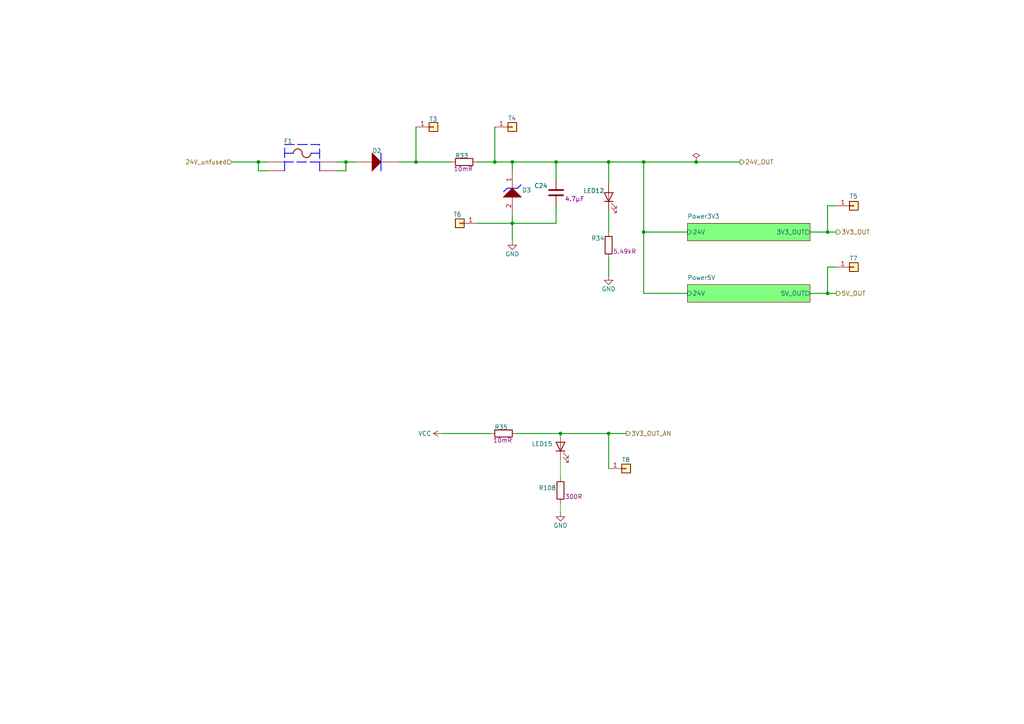
<source format=kicad_sch>
(kicad_sch
	(version 20231120)
	(generator "eeschema")
	(generator_version "8.0")
	(uuid "a906f10d-0085-4d2f-b95e-c2f8a04c6d81")
	(paper "A4")
	(title_block
		(title "Power")
		(rev "1")
	)
	(lib_symbols
		(symbol "Connector_Generic:Conn_01x01"
			(pin_names
				(offset 1.016) hide)
			(exclude_from_sim no)
			(in_bom yes)
			(on_board yes)
			(property "Reference" "J"
				(at 0 2.54 0)
				(effects
					(font
						(size 1.27 1.27)
					)
				)
			)
			(property "Value" "Conn_01x01"
				(at 0 -2.54 0)
				(effects
					(font
						(size 1.27 1.27)
					)
				)
			)
			(property "Footprint" ""
				(at 0 0 0)
				(effects
					(font
						(size 1.27 1.27)
					)
					(hide yes)
				)
			)
			(property "Datasheet" "~"
				(at 0 0 0)
				(effects
					(font
						(size 1.27 1.27)
					)
					(hide yes)
				)
			)
			(property "Description" "Generic connector, single row, 01x01, script generated (kicad-library-utils/schlib/autogen/connector/)"
				(at 0 0 0)
				(effects
					(font
						(size 1.27 1.27)
					)
					(hide yes)
				)
			)
			(property "ki_keywords" "connector"
				(at 0 0 0)
				(effects
					(font
						(size 1.27 1.27)
					)
					(hide yes)
				)
			)
			(property "ki_fp_filters" "Connector*:*_1x??_*"
				(at 0 0 0)
				(effects
					(font
						(size 1.27 1.27)
					)
					(hide yes)
				)
			)
			(symbol "Conn_01x01_1_1"
				(rectangle
					(start -1.27 0.127)
					(end 0 -0.127)
					(stroke
						(width 0.1524)
						(type default)
					)
					(fill
						(type none)
					)
				)
				(rectangle
					(start -1.27 1.27)
					(end 1.27 -1.27)
					(stroke
						(width 0.254)
						(type default)
					)
					(fill
						(type background)
					)
				)
				(pin passive line
					(at -5.08 0 0)
					(length 3.81)
					(name "Pin_1"
						(effects
							(font
								(size 1.27 1.27)
							)
						)
					)
					(number "1"
						(effects
							(font
								(size 1.27 1.27)
							)
						)
					)
				)
			)
		)
		(symbol "Device:C"
			(pin_numbers hide)
			(pin_names
				(offset 0.254)
			)
			(exclude_from_sim no)
			(in_bom yes)
			(on_board yes)
			(property "Reference" "C"
				(at 0.635 2.54 0)
				(effects
					(font
						(size 1.27 1.27)
					)
					(justify left)
				)
			)
			(property "Value" "C"
				(at 0.635 -2.54 0)
				(effects
					(font
						(size 1.27 1.27)
					)
					(justify left)
				)
			)
			(property "Footprint" ""
				(at 0.9652 -3.81 0)
				(effects
					(font
						(size 1.27 1.27)
					)
					(hide yes)
				)
			)
			(property "Datasheet" "~"
				(at 0 0 0)
				(effects
					(font
						(size 1.27 1.27)
					)
					(hide yes)
				)
			)
			(property "Description" "Unpolarized capacitor"
				(at 0 0 0)
				(effects
					(font
						(size 1.27 1.27)
					)
					(hide yes)
				)
			)
			(property "ki_keywords" "cap capacitor"
				(at 0 0 0)
				(effects
					(font
						(size 1.27 1.27)
					)
					(hide yes)
				)
			)
			(property "ki_fp_filters" "C_*"
				(at 0 0 0)
				(effects
					(font
						(size 1.27 1.27)
					)
					(hide yes)
				)
			)
			(symbol "C_0_1"
				(polyline
					(pts
						(xy -2.032 -0.762) (xy 2.032 -0.762)
					)
					(stroke
						(width 0.508)
						(type default)
					)
					(fill
						(type none)
					)
				)
				(polyline
					(pts
						(xy -2.032 0.762) (xy 2.032 0.762)
					)
					(stroke
						(width 0.508)
						(type default)
					)
					(fill
						(type none)
					)
				)
			)
			(symbol "C_1_1"
				(pin passive line
					(at 0 3.81 270)
					(length 2.794)
					(name "~"
						(effects
							(font
								(size 1.27 1.27)
							)
						)
					)
					(number "1"
						(effects
							(font
								(size 1.27 1.27)
							)
						)
					)
				)
				(pin passive line
					(at 0 -3.81 90)
					(length 2.794)
					(name "~"
						(effects
							(font
								(size 1.27 1.27)
							)
						)
					)
					(number "2"
						(effects
							(font
								(size 1.27 1.27)
							)
						)
					)
				)
			)
		)
		(symbol "Device:LED"
			(pin_numbers hide)
			(pin_names
				(offset 1.016) hide)
			(exclude_from_sim no)
			(in_bom yes)
			(on_board yes)
			(property "Reference" "D"
				(at 0 2.54 0)
				(effects
					(font
						(size 1.27 1.27)
					)
				)
			)
			(property "Value" "LED"
				(at 0 -2.54 0)
				(effects
					(font
						(size 1.27 1.27)
					)
				)
			)
			(property "Footprint" ""
				(at 0 0 0)
				(effects
					(font
						(size 1.27 1.27)
					)
					(hide yes)
				)
			)
			(property "Datasheet" "~"
				(at 0 0 0)
				(effects
					(font
						(size 1.27 1.27)
					)
					(hide yes)
				)
			)
			(property "Description" "Light emitting diode"
				(at 0 0 0)
				(effects
					(font
						(size 1.27 1.27)
					)
					(hide yes)
				)
			)
			(property "ki_keywords" "LED diode"
				(at 0 0 0)
				(effects
					(font
						(size 1.27 1.27)
					)
					(hide yes)
				)
			)
			(property "ki_fp_filters" "LED* LED_SMD:* LED_THT:*"
				(at 0 0 0)
				(effects
					(font
						(size 1.27 1.27)
					)
					(hide yes)
				)
			)
			(symbol "LED_0_1"
				(polyline
					(pts
						(xy -1.27 -1.27) (xy -1.27 1.27)
					)
					(stroke
						(width 0.254)
						(type default)
					)
					(fill
						(type none)
					)
				)
				(polyline
					(pts
						(xy -1.27 0) (xy 1.27 0)
					)
					(stroke
						(width 0)
						(type default)
					)
					(fill
						(type none)
					)
				)
				(polyline
					(pts
						(xy 1.27 -1.27) (xy 1.27 1.27) (xy -1.27 0) (xy 1.27 -1.27)
					)
					(stroke
						(width 0.254)
						(type default)
					)
					(fill
						(type none)
					)
				)
				(polyline
					(pts
						(xy -3.048 -0.762) (xy -4.572 -2.286) (xy -3.81 -2.286) (xy -4.572 -2.286) (xy -4.572 -1.524)
					)
					(stroke
						(width 0)
						(type default)
					)
					(fill
						(type none)
					)
				)
				(polyline
					(pts
						(xy -1.778 -0.762) (xy -3.302 -2.286) (xy -2.54 -2.286) (xy -3.302 -2.286) (xy -3.302 -1.524)
					)
					(stroke
						(width 0)
						(type default)
					)
					(fill
						(type none)
					)
				)
			)
			(symbol "LED_1_1"
				(pin passive line
					(at -3.81 0 0)
					(length 2.54)
					(name "K"
						(effects
							(font
								(size 1.27 1.27)
							)
						)
					)
					(number "1"
						(effects
							(font
								(size 1.27 1.27)
							)
						)
					)
				)
				(pin passive line
					(at 3.81 0 180)
					(length 2.54)
					(name "A"
						(effects
							(font
								(size 1.27 1.27)
							)
						)
					)
					(number "2"
						(effects
							(font
								(size 1.27 1.27)
							)
						)
					)
				)
			)
		)
		(symbol "Device:R"
			(pin_numbers hide)
			(pin_names
				(offset 0)
			)
			(exclude_from_sim no)
			(in_bom yes)
			(on_board yes)
			(property "Reference" "R"
				(at 2.032 0 90)
				(effects
					(font
						(size 1.27 1.27)
					)
				)
			)
			(property "Value" "R"
				(at 0 0 90)
				(effects
					(font
						(size 1.27 1.27)
					)
				)
			)
			(property "Footprint" ""
				(at -1.778 0 90)
				(effects
					(font
						(size 1.27 1.27)
					)
					(hide yes)
				)
			)
			(property "Datasheet" "~"
				(at 0 0 0)
				(effects
					(font
						(size 1.27 1.27)
					)
					(hide yes)
				)
			)
			(property "Description" "Resistor"
				(at 0 0 0)
				(effects
					(font
						(size 1.27 1.27)
					)
					(hide yes)
				)
			)
			(property "ki_keywords" "R res resistor"
				(at 0 0 0)
				(effects
					(font
						(size 1.27 1.27)
					)
					(hide yes)
				)
			)
			(property "ki_fp_filters" "R_*"
				(at 0 0 0)
				(effects
					(font
						(size 1.27 1.27)
					)
					(hide yes)
				)
			)
			(symbol "R_0_1"
				(rectangle
					(start -1.016 -2.54)
					(end 1.016 2.54)
					(stroke
						(width 0.254)
						(type default)
					)
					(fill
						(type none)
					)
				)
			)
			(symbol "R_1_1"
				(pin passive line
					(at 0 3.81 270)
					(length 1.27)
					(name "~"
						(effects
							(font
								(size 1.27 1.27)
							)
						)
					)
					(number "1"
						(effects
							(font
								(size 1.27 1.27)
							)
						)
					)
				)
				(pin passive line
					(at 0 -3.81 90)
					(length 1.27)
					(name "~"
						(effects
							(font
								(size 1.27 1.27)
							)
						)
					)
					(number "2"
						(effects
							(font
								(size 1.27 1.27)
							)
						)
					)
				)
			)
		)
		(symbol "Untitled-altium-import:root_0_DIOD-D-A1K2-2"
			(exclude_from_sim no)
			(in_bom yes)
			(on_board yes)
			(property "Reference" ""
				(at 0 0 0)
				(effects
					(font
						(size 1.27 1.27)
					)
				)
			)
			(property "Value" ""
				(at 0 0 0)
				(effects
					(font
						(size 1.27 1.27)
					)
				)
			)
			(property "Footprint" ""
				(at 0 0 0)
				(effects
					(font
						(size 1.27 1.27)
					)
					(hide yes)
				)
			)
			(property "Datasheet" ""
				(at 0 0 0)
				(effects
					(font
						(size 1.27 1.27)
					)
					(hide yes)
				)
			)
			(property "Description" "Rectifier Diode, 1 Phase, 1 Element, 1A, 1000V V(RRM), Silicon"
				(at 0 0 0)
				(effects
					(font
						(size 1.27 1.27)
					)
					(hide yes)
				)
			)
			(property "ki_fp_filters" "DIOD-S1M-13-F-SMA-2_V"
				(at 0 0 0)
				(effects
					(font
						(size 1.27 1.27)
					)
					(hide yes)
				)
			)
			(symbol "root_0_DIOD-D-A1K2-2_1_0"
				(polyline
					(pts
						(xy 2.54 0) (xy 2.54 -5.08)
					)
					(stroke
						(width 0.254)
						(type solid)
						(color 0 0 255 1)
					)
					(fill
						(type none)
					)
				)
				(polyline
					(pts
						(xy 0 -5.08) (xy 2.54 -2.54) (xy 0 0) (xy 0 -5.08)
					)
					(stroke
						(width 0.254)
						(type solid)
					)
					(fill
						(type outline)
					)
				)
				(pin passive line
					(at -5.08 -2.54 0)
					(length 5.08)
					(name "A"
						(effects
							(font
								(size 0 0)
							)
						)
					)
					(number "1"
						(effects
							(font
								(size 0 0)
							)
						)
					)
				)
				(pin passive line
					(at 7.62 -2.54 180)
					(length 5.08)
					(name "K"
						(effects
							(font
								(size 0 0)
							)
						)
					)
					(number "2"
						(effects
							(font
								(size 0 0)
							)
						)
					)
				)
			)
		)
		(symbol "Untitled-altium-import:root_0_FUSE_HOLDER-4"
			(exclude_from_sim no)
			(in_bom yes)
			(on_board yes)
			(property "Reference" ""
				(at 0 0 0)
				(effects
					(font
						(size 1.27 1.27)
					)
				)
			)
			(property "Value" ""
				(at 0 0 0)
				(effects
					(font
						(size 1.27 1.27)
					)
				)
			)
			(property "Footprint" ""
				(at 0 0 0)
				(effects
					(font
						(size 1.27 1.27)
					)
					(hide yes)
				)
			)
			(property "Datasheet" ""
				(at 0 0 0)
				(effects
					(font
						(size 1.27 1.27)
					)
					(hide yes)
				)
			)
			(property "Description" "FUSE HOLDER, PCB MOUNT, 500VAC, 20A, ROHS"
				(at 0 0 0)
				(effects
					(font
						(size 1.27 1.27)
					)
					(hide yes)
				)
			)
			(property "ki_fp_filters" "KSTN-3557-2"
				(at 0 0 0)
				(effects
					(font
						(size 1.27 1.27)
					)
					(hide yes)
				)
			)
			(symbol "root_0_FUSE_HOLDER-4_1_0"
				(polyline
					(pts
						(xy 0 -5.08) (xy 0 -7.62)
					)
					(stroke
						(width 0.254)
						(type solid)
						(color 0 0 255 1)
					)
					(fill
						(type none)
					)
				)
				(polyline
					(pts
						(xy 2.54 -2.54) (xy 0 -2.54)
					)
					(stroke
						(width 0.254)
						(type solid)
						(color 0 0 255 1)
					)
					(fill
						(type none)
					)
				)
				(polyline
					(pts
						(xy 7.62 -2.54) (xy 10.16 -2.54)
					)
					(stroke
						(width 0.254)
						(type solid)
						(color 0 0 255 1)
					)
					(fill
						(type none)
					)
				)
				(polyline
					(pts
						(xy 10.16 -5.08) (xy 10.16 -7.62)
					)
					(stroke
						(width 0.254)
						(type solid)
						(color 0 0 255 1)
					)
					(fill
						(type none)
					)
				)
				(polyline
					(pts
						(xy 0 0) (xy 10.16 0) (xy 10.16 -5.08) (xy 0 -5.08) (xy 0 0)
					)
					(stroke
						(width 0.254)
						(type dash)
						(color 0 0 255 1)
					)
					(fill
						(type none)
					)
				)
				(arc
					(start 5.08 -2.54)
					(mid 3.81 -1.2755)
					(end 2.54 -2.54)
					(stroke
						(width 0.254)
						(type solid)
					)
					(fill
						(type none)
					)
				)
				(arc
					(start 5.08 -2.54)
					(mid 6.35 -3.8045)
					(end 7.62 -2.54)
					(stroke
						(width 0.254)
						(type solid)
					)
					(fill
						(type none)
					)
				)
				(pin passive line
					(at -5.08 -5.08 0)
					(length 5.08)
					(name "1"
						(effects
							(font
								(size 0 0)
							)
						)
					)
					(number "1"
						(effects
							(font
								(size 0 0)
							)
						)
					)
				)
				(pin passive line
					(at -5.08 -7.62 0)
					(length 5.08)
					(name "2"
						(effects
							(font
								(size 0 0)
							)
						)
					)
					(number "2"
						(effects
							(font
								(size 0 0)
							)
						)
					)
				)
				(pin passive line
					(at 15.24 -5.08 180)
					(length 5.08)
					(name "3"
						(effects
							(font
								(size 0 0)
							)
						)
					)
					(number "3"
						(effects
							(font
								(size 0 0)
							)
						)
					)
				)
				(pin passive line
					(at 15.24 -7.62 180)
					(length 5.08)
					(name "4"
						(effects
							(font
								(size 0 0)
							)
						)
					)
					(number "4"
						(effects
							(font
								(size 0 0)
							)
						)
					)
				)
			)
		)
		(symbol "Untitled-altium-import:root_3_ONSC-K1A2-2"
			(exclude_from_sim no)
			(in_bom yes)
			(on_board yes)
			(property "Reference" ""
				(at 0 0 0)
				(effects
					(font
						(size 1.27 1.27)
					)
				)
			)
			(property "Value" ""
				(at 0 0 0)
				(effects
					(font
						(size 1.27 1.27)
					)
				)
			)
			(property "Footprint" ""
				(at 0 0 0)
				(effects
					(font
						(size 1.27 1.27)
					)
					(hide yes)
				)
			)
			(property "Datasheet" ""
				(at 0 0 0)
				(effects
					(font
						(size 1.27 1.27)
					)
					(hide yes)
				)
			)
			(property "Description" "1.5 W Zener Voltage Regulator, 2-Pin SMA, Pb-Free, Tape and Reel"
				(at 0 0 0)
				(effects
					(font
						(size 1.27 1.27)
					)
					(hide yes)
				)
			)
			(property "ki_fp_filters" "ONSC-SMA-2-403D-02_F_V"
				(at 0 0 0)
				(effects
					(font
						(size 1.27 1.27)
					)
					(hide yes)
				)
			)
			(symbol "root_3_ONSC-K1A2-2_1_0"
				(polyline
					(pts
						(xy -5.08 -2.54) (xy -2.54 0) (xy 0 -2.54) (xy -5.08 -2.54)
					)
					(stroke
						(width 0.254)
						(type solid)
					)
					(fill
						(type outline)
					)
				)
				(polyline
					(pts
						(xy -5.08 -1.016) (xy -4.064 0) (xy -1.016 0) (xy 0 1.016)
					)
					(stroke
						(width 0.254)
						(type solid)
						(color 0 0 255 1)
					)
					(fill
						(type none)
					)
				)
				(pin passive line
					(at -2.54 5.08 270)
					(length 5.08)
					(name "K"
						(effects
							(font
								(size 0 0)
							)
						)
					)
					(number "1"
						(effects
							(font
								(size 1.27 1.27)
							)
						)
					)
				)
				(pin passive line
					(at -2.54 -7.62 90)
					(length 5.08)
					(name "A"
						(effects
							(font
								(size 0 0)
							)
						)
					)
					(number "2"
						(effects
							(font
								(size 1.27 1.27)
							)
						)
					)
				)
			)
		)
		(symbol "power:GND"
			(power)
			(pin_numbers hide)
			(pin_names
				(offset 0) hide)
			(exclude_from_sim no)
			(in_bom yes)
			(on_board yes)
			(property "Reference" "#PWR"
				(at 0 -6.35 0)
				(effects
					(font
						(size 1.27 1.27)
					)
					(hide yes)
				)
			)
			(property "Value" "GND"
				(at 0 -3.81 0)
				(effects
					(font
						(size 1.27 1.27)
					)
				)
			)
			(property "Footprint" ""
				(at 0 0 0)
				(effects
					(font
						(size 1.27 1.27)
					)
					(hide yes)
				)
			)
			(property "Datasheet" ""
				(at 0 0 0)
				(effects
					(font
						(size 1.27 1.27)
					)
					(hide yes)
				)
			)
			(property "Description" "Power symbol creates a global label with name \"GND\" , ground"
				(at 0 0 0)
				(effects
					(font
						(size 1.27 1.27)
					)
					(hide yes)
				)
			)
			(property "ki_keywords" "global power"
				(at 0 0 0)
				(effects
					(font
						(size 1.27 1.27)
					)
					(hide yes)
				)
			)
			(symbol "GND_0_1"
				(polyline
					(pts
						(xy 0 0) (xy 0 -1.27) (xy 1.27 -1.27) (xy 0 -2.54) (xy -1.27 -1.27) (xy 0 -1.27)
					)
					(stroke
						(width 0)
						(type default)
					)
					(fill
						(type none)
					)
				)
			)
			(symbol "GND_1_1"
				(pin power_in line
					(at 0 0 270)
					(length 0)
					(name "~"
						(effects
							(font
								(size 1.27 1.27)
							)
						)
					)
					(number "1"
						(effects
							(font
								(size 1.27 1.27)
							)
						)
					)
				)
			)
		)
		(symbol "power:PWR_FLAG"
			(power)
			(pin_numbers hide)
			(pin_names
				(offset 0) hide)
			(exclude_from_sim no)
			(in_bom yes)
			(on_board yes)
			(property "Reference" "#FLG"
				(at 0 1.905 0)
				(effects
					(font
						(size 1.27 1.27)
					)
					(hide yes)
				)
			)
			(property "Value" "PWR_FLAG"
				(at 0 3.81 0)
				(effects
					(font
						(size 1.27 1.27)
					)
				)
			)
			(property "Footprint" ""
				(at 0 0 0)
				(effects
					(font
						(size 1.27 1.27)
					)
					(hide yes)
				)
			)
			(property "Datasheet" "~"
				(at 0 0 0)
				(effects
					(font
						(size 1.27 1.27)
					)
					(hide yes)
				)
			)
			(property "Description" "Special symbol for telling ERC where power comes from"
				(at 0 0 0)
				(effects
					(font
						(size 1.27 1.27)
					)
					(hide yes)
				)
			)
			(property "ki_keywords" "flag power"
				(at 0 0 0)
				(effects
					(font
						(size 1.27 1.27)
					)
					(hide yes)
				)
			)
			(symbol "PWR_FLAG_0_0"
				(pin power_out line
					(at 0 0 90)
					(length 0)
					(name "~"
						(effects
							(font
								(size 1.27 1.27)
							)
						)
					)
					(number "1"
						(effects
							(font
								(size 1.27 1.27)
							)
						)
					)
				)
			)
			(symbol "PWR_FLAG_0_1"
				(polyline
					(pts
						(xy 0 0) (xy 0 1.27) (xy -1.016 1.905) (xy 0 2.54) (xy 1.016 1.905) (xy 0 1.27)
					)
					(stroke
						(width 0)
						(type default)
					)
					(fill
						(type none)
					)
				)
			)
		)
		(symbol "power:VCC"
			(power)
			(pin_numbers hide)
			(pin_names
				(offset 0) hide)
			(exclude_from_sim no)
			(in_bom yes)
			(on_board yes)
			(property "Reference" "#PWR"
				(at 0 -3.81 0)
				(effects
					(font
						(size 1.27 1.27)
					)
					(hide yes)
				)
			)
			(property "Value" "VCC"
				(at 0 3.556 0)
				(effects
					(font
						(size 1.27 1.27)
					)
				)
			)
			(property "Footprint" ""
				(at 0 0 0)
				(effects
					(font
						(size 1.27 1.27)
					)
					(hide yes)
				)
			)
			(property "Datasheet" ""
				(at 0 0 0)
				(effects
					(font
						(size 1.27 1.27)
					)
					(hide yes)
				)
			)
			(property "Description" "Power symbol creates a global label with name \"VCC\""
				(at 0 0 0)
				(effects
					(font
						(size 1.27 1.27)
					)
					(hide yes)
				)
			)
			(property "ki_keywords" "global power"
				(at 0 0 0)
				(effects
					(font
						(size 1.27 1.27)
					)
					(hide yes)
				)
			)
			(symbol "VCC_0_1"
				(polyline
					(pts
						(xy -0.762 1.27) (xy 0 2.54)
					)
					(stroke
						(width 0)
						(type default)
					)
					(fill
						(type none)
					)
				)
				(polyline
					(pts
						(xy 0 0) (xy 0 2.54)
					)
					(stroke
						(width 0)
						(type default)
					)
					(fill
						(type none)
					)
				)
				(polyline
					(pts
						(xy 0 2.54) (xy 0.762 1.27)
					)
					(stroke
						(width 0)
						(type default)
					)
					(fill
						(type none)
					)
				)
			)
			(symbol "VCC_1_1"
				(pin power_in line
					(at 0 0 90)
					(length 0)
					(name "~"
						(effects
							(font
								(size 1.27 1.27)
							)
						)
					)
					(number "1"
						(effects
							(font
								(size 1.27 1.27)
							)
						)
					)
				)
			)
		)
	)
	(junction
		(at 162.56 125.73)
		(diameter 0)
		(color 0 0 0 0)
		(uuid "0fb3a032-5ff0-4c41-ac44-0445fd4dc7ce")
	)
	(junction
		(at 161.29 46.99)
		(diameter 0)
		(color 0 0 0 0)
		(uuid "22721baa-718b-4de5-9eba-f707fd61cd04")
	)
	(junction
		(at 186.69 46.99)
		(diameter 0)
		(color 0 0 0 0)
		(uuid "4d5dc4cb-87e7-4db9-b6f8-e9f311ac8a4d")
	)
	(junction
		(at 100.33 46.99)
		(diameter 0)
		(color 0 0 0 0)
		(uuid "62bf6c60-dbd1-4479-bb4e-3432aed969fc")
	)
	(junction
		(at 176.53 46.99)
		(diameter 0)
		(color 0 0 0 0)
		(uuid "69233626-7c32-49d1-87a7-7623b6c334c7")
	)
	(junction
		(at 240.03 85.09)
		(diameter 0)
		(color 0 0 0 0)
		(uuid "6e40bb34-a333-4978-bbbd-890dbc1f8387")
	)
	(junction
		(at 120.65 46.99)
		(diameter 0)
		(color 0 0 0 0)
		(uuid "7522639e-8fdd-449d-8003-e76f23b2e4b8")
	)
	(junction
		(at 148.59 46.99)
		(diameter 0)
		(color 0 0 0 0)
		(uuid "78e6b32d-0855-494b-a616-4bb7d52be774")
	)
	(junction
		(at 201.93 46.99)
		(diameter 0)
		(color 0 0 0 0)
		(uuid "b79a146d-25d8-47ff-812f-2d14ce459b38")
	)
	(junction
		(at 143.51 46.99)
		(diameter 0)
		(color 0 0 0 0)
		(uuid "cfdc4288-f33f-4ce2-a8de-727059d17c6e")
	)
	(junction
		(at 176.53 125.73)
		(diameter 0)
		(color 0 0 0 0)
		(uuid "d1c19cf7-75c9-4ed6-89d4-c219e219a6c5")
	)
	(junction
		(at 240.03 67.31)
		(diameter 0)
		(color 0 0 0 0)
		(uuid "ddfd7ceb-43c2-4e99-8550-a65d56fe7ef3")
	)
	(junction
		(at 186.69 67.31)
		(diameter 0)
		(color 0 0 0 0)
		(uuid "e133cc9e-7dd5-4237-9829-ccdd2eec211b")
	)
	(junction
		(at 74.93 46.99)
		(diameter 0)
		(color 0 0 0 0)
		(uuid "f30b8b7e-43b8-4737-968c-5ba618ca4f50")
	)
	(junction
		(at 148.59 64.77)
		(diameter 0)
		(color 0 0 0 0)
		(uuid "f63d540e-8c9a-4399-92f0-515fde8fab6f")
	)
	(wire
		(pts
			(xy 138.43 46.99) (xy 143.51 46.99)
		)
		(stroke
			(width 0.254)
			(type default)
		)
		(uuid "02da0b4d-2a70-4dee-a22b-d1ac8a8c3a92")
	)
	(wire
		(pts
			(xy 186.69 46.99) (xy 201.93 46.99)
		)
		(stroke
			(width 0.254)
			(type default)
		)
		(uuid "0a4219a9-b8e0-445b-9170-3b182e4bb6d9")
	)
	(wire
		(pts
			(xy 74.93 46.99) (xy 74.93 49.53)
		)
		(stroke
			(width 0.254)
			(type default)
		)
		(uuid "0e368f71-20f6-418e-9c44-8611e96ccc37")
	)
	(wire
		(pts
			(xy 176.53 135.89) (xy 176.53 125.73)
		)
		(stroke
			(width 0.254)
			(type default)
		)
		(uuid "0ee82498-2b8c-482d-bf81-778bf349b7cb")
	)
	(wire
		(pts
			(xy 97.79 49.53) (xy 100.33 49.53)
		)
		(stroke
			(width 0.254)
			(type default)
		)
		(uuid "1a11e584-15c1-4d92-a41e-92439d3c3213")
	)
	(wire
		(pts
			(xy 143.51 46.99) (xy 148.59 46.99)
		)
		(stroke
			(width 0.254)
			(type default)
		)
		(uuid "26d57016-d19d-4d9c-9676-b078ad6fa914")
	)
	(wire
		(pts
			(xy 240.03 85.09) (xy 242.57 85.09)
		)
		(stroke
			(width 0.254)
			(type default)
		)
		(uuid "2bacd87b-cb19-4dea-b6d1-a715edaf9bac")
	)
	(wire
		(pts
			(xy 161.29 64.77) (xy 148.59 64.77)
		)
		(stroke
			(width 0.254)
			(type default)
		)
		(uuid "2e2ff5c7-0ac9-4be1-82de-10973856563f")
	)
	(wire
		(pts
			(xy 128.27 125.73) (xy 142.24 125.73)
		)
		(stroke
			(width 0.254)
			(type default)
		)
		(uuid "321efb1e-b66e-4db5-a62f-5393f6f88e96")
	)
	(wire
		(pts
			(xy 162.56 148.59) (xy 162.56 146.05)
		)
		(stroke
			(width 0)
			(type default)
		)
		(uuid "352cdc17-744f-4f71-9ad6-9b4c423ce412")
	)
	(wire
		(pts
			(xy 100.33 46.99) (xy 97.79 46.99)
		)
		(stroke
			(width 0.254)
			(type default)
		)
		(uuid "36378a24-725f-468d-ba9f-5c2b2ced86a7")
	)
	(wire
		(pts
			(xy 120.65 36.83) (xy 120.65 46.99)
		)
		(stroke
			(width 0.254)
			(type default)
		)
		(uuid "36e03689-8f77-428c-8d02-867a01067f5c")
	)
	(wire
		(pts
			(xy 74.93 49.53) (xy 77.47 49.53)
		)
		(stroke
			(width 0.254)
			(type default)
		)
		(uuid "380da8e9-ebe8-4077-a584-fcf63ba8716c")
	)
	(wire
		(pts
			(xy 161.29 46.99) (xy 176.53 46.99)
		)
		(stroke
			(width 0.254)
			(type default)
		)
		(uuid "38adb686-2c4e-46c7-832e-8aca96ccdb71")
	)
	(wire
		(pts
			(xy 240.03 67.31) (xy 242.57 67.31)
		)
		(stroke
			(width 0.254)
			(type default)
		)
		(uuid "38b30cd1-d271-428d-8ded-c989e688d3ac")
	)
	(wire
		(pts
			(xy 176.53 74.93) (xy 176.53 80.01)
		)
		(stroke
			(width 0.254)
			(type default)
		)
		(uuid "46d2efa9-cdb3-421f-8f12-7378b6e94d2c")
	)
	(wire
		(pts
			(xy 74.93 46.99) (xy 77.47 46.99)
		)
		(stroke
			(width 0.254)
			(type default)
		)
		(uuid "4c3f53fb-269e-48cd-8c8e-3c49b1d7b07c")
	)
	(wire
		(pts
			(xy 149.86 125.73) (xy 162.56 125.73)
		)
		(stroke
			(width 0.254)
			(type default)
		)
		(uuid "4f24bceb-7e77-47e0-8d2c-48593136d996")
	)
	(wire
		(pts
			(xy 100.33 49.53) (xy 100.33 46.99)
		)
		(stroke
			(width 0.254)
			(type default)
		)
		(uuid "5ac733dc-2c8a-4e17-91a5-1d3758a478af")
	)
	(wire
		(pts
			(xy 186.69 85.09) (xy 199.39 85.09)
		)
		(stroke
			(width 0.254)
			(type default)
		)
		(uuid "5b1bd3e9-d527-4b77-be38-2dc016352d40")
	)
	(wire
		(pts
			(xy 240.03 59.69) (xy 240.03 67.31)
		)
		(stroke
			(width 0.254)
			(type default)
		)
		(uuid "5efe9e1f-dae6-4693-99ed-dfecd287267a")
	)
	(wire
		(pts
			(xy 242.57 59.69) (xy 240.03 59.69)
		)
		(stroke
			(width 0.254)
			(type default)
		)
		(uuid "5f2e5d26-586d-4c91-a4a8-ce7abdfadf56")
	)
	(wire
		(pts
			(xy 120.65 46.99) (xy 115.57 46.99)
		)
		(stroke
			(width 0.254)
			(type default)
		)
		(uuid "605fccfa-4fa4-4edf-9598-076c5a9eb8e5")
	)
	(wire
		(pts
			(xy 102.87 46.99) (xy 100.33 46.99)
		)
		(stroke
			(width 0.254)
			(type default)
		)
		(uuid "6ea4013e-a9e2-46d9-8cba-d255bce81db4")
	)
	(wire
		(pts
			(xy 161.29 46.99) (xy 161.29 52.07)
		)
		(stroke
			(width 0.254)
			(type default)
		)
		(uuid "6f20d1c3-5ed4-4134-ae98-a05e72850b9b")
	)
	(wire
		(pts
			(xy 148.59 64.77) (xy 148.59 69.85)
		)
		(stroke
			(width 0.254)
			(type default)
		)
		(uuid "70cc728a-42f7-40e0-8c75-2a1e88efc275")
	)
	(wire
		(pts
			(xy 143.51 36.83) (xy 143.51 46.99)
		)
		(stroke
			(width 0.254)
			(type default)
		)
		(uuid "7be9e77e-9690-4833-84df-11c555a86bcd")
	)
	(wire
		(pts
			(xy 161.29 59.69) (xy 161.29 64.77)
		)
		(stroke
			(width 0.254)
			(type default)
		)
		(uuid "8cd9f35a-e2be-42f7-8337-fb358a0f1727")
	)
	(wire
		(pts
			(xy 148.59 46.99) (xy 161.29 46.99)
		)
		(stroke
			(width 0.254)
			(type default)
		)
		(uuid "8d4ce3c1-bdd0-4cc0-a544-9df266a0af82")
	)
	(wire
		(pts
			(xy 176.53 53.34) (xy 176.53 46.99)
		)
		(stroke
			(width 0.254)
			(type default)
		)
		(uuid "9268179b-5a75-4e60-9de3-169a8c3ac9e9")
	)
	(wire
		(pts
			(xy 176.53 60.96) (xy 176.53 67.31)
		)
		(stroke
			(width 0.254)
			(type default)
		)
		(uuid "943bb6d7-1468-41e1-8f81-2fec61c9f877")
	)
	(wire
		(pts
			(xy 138.43 64.77) (xy 148.59 64.77)
		)
		(stroke
			(width 0.254)
			(type default)
		)
		(uuid "a8a00694-636a-4b02-acc8-c75b4a643318")
	)
	(wire
		(pts
			(xy 240.03 77.47) (xy 240.03 85.09)
		)
		(stroke
			(width 0.254)
			(type default)
		)
		(uuid "abe48513-6b34-4353-ae21-6112cfd39c4b")
	)
	(wire
		(pts
			(xy 234.95 67.31) (xy 240.03 67.31)
		)
		(stroke
			(width 0.254)
			(type default)
		)
		(uuid "b0279b38-f7be-4af9-8714-743c6903d43a")
	)
	(wire
		(pts
			(xy 130.81 46.99) (xy 120.65 46.99)
		)
		(stroke
			(width 0.254)
			(type default)
		)
		(uuid "b6b1f79a-7f88-49be-80cc-d7646009ea89")
	)
	(wire
		(pts
			(xy 162.56 125.73) (xy 176.53 125.73)
		)
		(stroke
			(width 0.254)
			(type default)
		)
		(uuid "c3d855e8-3261-45b5-b636-ab46a40ac5de")
	)
	(wire
		(pts
			(xy 186.69 67.31) (xy 199.39 67.31)
		)
		(stroke
			(width 0.254)
			(type default)
		)
		(uuid "c7c404ae-ead7-4349-9dd7-ade5f57b1532")
	)
	(wire
		(pts
			(xy 176.53 46.99) (xy 186.69 46.99)
		)
		(stroke
			(width 0.254)
			(type default)
		)
		(uuid "c7e56fce-713f-4ab2-a88b-c895b30cf7e8")
	)
	(wire
		(pts
			(xy 162.56 138.43) (xy 162.56 133.35)
		)
		(stroke
			(width 0)
			(type default)
		)
		(uuid "d04e41ec-56f9-4370-b6ae-695058f7af3e")
	)
	(wire
		(pts
			(xy 176.53 125.73) (xy 181.61 125.73)
		)
		(stroke
			(width 0.254)
			(type default)
		)
		(uuid "d0e21d75-66a1-4f45-9119-fd1a936c97d3")
	)
	(wire
		(pts
			(xy 148.59 49.53) (xy 148.59 46.99)
		)
		(stroke
			(width 0.254)
			(type default)
		)
		(uuid "d5dcd936-34e4-4ff2-a803-3395d9df9d83")
	)
	(wire
		(pts
			(xy 201.93 46.99) (xy 214.63 46.99)
		)
		(stroke
			(width 0.254)
			(type default)
		)
		(uuid "d90aa7a8-1edb-46d0-ae8f-c14ec74baefb")
	)
	(wire
		(pts
			(xy 234.95 85.09) (xy 240.03 85.09)
		)
		(stroke
			(width 0.254)
			(type default)
		)
		(uuid "dbc4bb6f-a05b-4c8e-b1ff-f8db925082f9")
	)
	(wire
		(pts
			(xy 67.31 46.99) (xy 74.93 46.99)
		)
		(stroke
			(width 0.254)
			(type default)
		)
		(uuid "dd79c9d4-b060-4241-b9d4-3606a8821311")
	)
	(wire
		(pts
			(xy 186.69 46.99) (xy 186.69 67.31)
		)
		(stroke
			(width 0.254)
			(type default)
		)
		(uuid "ec016af9-1d6d-4c24-9ca9-2c09edee64c0")
	)
	(wire
		(pts
			(xy 148.59 64.77) (xy 148.59 62.23)
		)
		(stroke
			(width 0.254)
			(type default)
		)
		(uuid "ef2313ee-e609-47fa-9f70-c3d2db70ff50")
	)
	(wire
		(pts
			(xy 186.69 67.31) (xy 186.69 85.09)
		)
		(stroke
			(width 0.254)
			(type default)
		)
		(uuid "f00c01fb-802c-48e9-83c2-4ad754081082")
	)
	(wire
		(pts
			(xy 242.57 77.47) (xy 240.03 77.47)
		)
		(stroke
			(width 0.254)
			(type default)
		)
		(uuid "fb369c11-2ecc-49ad-8d94-afe833511783")
	)
	(hierarchical_label "24V_OUT"
		(shape output)
		(at 214.63 46.99 0)
		(fields_autoplaced yes)
		(effects
			(font
				(size 1.27 1.27)
			)
			(justify left)
		)
		(uuid "0262f2b9-5f5a-4361-9317-94c1dd344bf4")
	)
	(hierarchical_label "24V_unfused"
		(shape input)
		(at 67.31 46.99 180)
		(fields_autoplaced yes)
		(effects
			(font
				(size 1.27 1.27)
			)
			(justify right)
		)
		(uuid "10e97bc8-5778-4c35-96d8-074222fe9561")
	)
	(hierarchical_label "3V3_OUT"
		(shape output)
		(at 242.57 67.31 0)
		(fields_autoplaced yes)
		(effects
			(font
				(size 1.27 1.27)
			)
			(justify left)
		)
		(uuid "a8e6d676-5529-4d68-bacb-4a0d121b218b")
	)
	(hierarchical_label "5V_OUT"
		(shape output)
		(at 242.57 85.09 0)
		(fields_autoplaced yes)
		(effects
			(font
				(size 1.27 1.27)
			)
			(justify left)
		)
		(uuid "a941fac6-ba87-41e1-95c6-71edfa374d61")
	)
	(hierarchical_label "3V3_OUT_AN"
		(shape output)
		(at 181.61 125.73 0)
		(fields_autoplaced yes)
		(effects
			(font
				(size 1.27 1.27)
			)
			(justify left)
		)
		(uuid "b61552fa-3804-4e16-8c07-f2e6074f735b")
	)
	(symbol
		(lib_id "Connector_Generic:Conn_01x01")
		(at 125.73 36.83 0)
		(unit 1)
		(exclude_from_sim no)
		(in_bom no)
		(on_board yes)
		(dnp no)
		(uuid "12e71ebd-7f22-4f2b-8e60-a181298cb5d0")
		(property "Reference" "T3"
			(at 124.46 35.306 0)
			(effects
				(font
					(size 1.27 1.27)
				)
				(justify left bottom)
			)
		)
		(property "Value" "Conn_01x01"
			(at 115.57 31.75 0)
			(effects
				(font
					(size 1.27 1.27)
				)
				(justify left bottom)
				(hide yes)
			)
		)
		(property "Footprint" "TestPoint:TestPoint_THTPad_D1.5mm_Drill0.7mm"
			(at 125.73 36.83 0)
			(effects
				(font
					(size 1.27 1.27)
				)
				(hide yes)
			)
		)
		(property "Datasheet" "~"
			(at 125.73 36.83 0)
			(effects
				(font
					(size 1.27 1.27)
				)
				(hide yes)
			)
		)
		(property "Description" "Generic connector, single row, 01x01, script generated (kicad-library-utils/schlib/autogen/connector/)"
			(at 125.73 36.83 0)
			(effects
				(font
					(size 1.27 1.27)
				)
				(hide yes)
			)
		)
		(pin "1"
			(uuid "e60d7a6c-2c4a-4143-b8e2-927276ec3469")
		)
		(instances
			(project "Nodes"
				(path "/7f1aa41b-970a-42cc-8701-1d90e3bd89a6/ab2b7e8a-7520-41d5-9a07-fe429a4e590e"
					(reference "T3")
					(unit 1)
				)
			)
			(project "Untitled"
				(path "/a906f10d-0085-4d2f-b95e-c2f8a04c6d81"
					(reference "T3")
					(unit 1)
				)
			)
		)
	)
	(symbol
		(lib_id "Connector_Generic:Conn_01x01")
		(at 148.59 36.83 0)
		(unit 1)
		(exclude_from_sim no)
		(in_bom no)
		(on_board yes)
		(dnp no)
		(uuid "1c104afb-44f4-4eda-ac06-878941f7801d")
		(property "Reference" "T4"
			(at 147.32 35.052 0)
			(effects
				(font
					(size 1.27 1.27)
				)
				(justify left bottom)
			)
		)
		(property "Value" "Conn_01x01"
			(at 148.082 31.75 0)
			(effects
				(font
					(size 1.27 1.27)
				)
				(justify left bottom)
				(hide yes)
			)
		)
		(property "Footprint" "TestPoint:TestPoint_THTPad_D1.5mm_Drill0.7mm"
			(at 148.59 36.83 0)
			(effects
				(font
					(size 1.27 1.27)
				)
				(hide yes)
			)
		)
		(property "Datasheet" "~"
			(at 148.59 36.83 0)
			(effects
				(font
					(size 1.27 1.27)
				)
				(hide yes)
			)
		)
		(property "Description" "Generic connector, single row, 01x01, script generated (kicad-library-utils/schlib/autogen/connector/)"
			(at 148.59 36.83 0)
			(effects
				(font
					(size 1.27 1.27)
				)
				(hide yes)
			)
		)
		(pin "1"
			(uuid "d6084501-5a6b-4430-9f33-db55cbfa379e")
		)
		(instances
			(project "Nodes"
				(path "/7f1aa41b-970a-42cc-8701-1d90e3bd89a6/ab2b7e8a-7520-41d5-9a07-fe429a4e590e"
					(reference "T4")
					(unit 1)
				)
			)
			(project "Untitled"
				(path "/a906f10d-0085-4d2f-b95e-c2f8a04c6d81"
					(reference "T4")
					(unit 1)
				)
			)
		)
	)
	(symbol
		(lib_id "Device:C")
		(at 161.29 55.88 0)
		(unit 1)
		(exclude_from_sim no)
		(in_bom yes)
		(on_board yes)
		(dnp no)
		(uuid "208bd29e-3fab-4866-bf27-a11f837186f6")
		(property "Reference" "C24"
			(at 154.94 54.61 0)
			(effects
				(font
					(size 1.27 1.27)
				)
				(justify left bottom)
			)
		)
		(property "Value" "GRM21BZ71H475KE15L"
			(at 164.084 61.722 0)
			(effects
				(font
					(size 1.27 1.27)
				)
				(justify left bottom)
				(hide yes)
			)
		)
		(property "Footprint" "Capacitor_SMD:C_0805_2012Metric_Pad1.18x1.45mm_HandSolder"
			(at 161.29 55.88 0)
			(effects
				(font
					(size 1.27 1.27)
				)
				(hide yes)
			)
		)
		(property "Datasheet" ""
			(at 161.29 55.88 0)
			(effects
				(font
					(size 1.27 1.27)
				)
				(hide yes)
			)
		)
		(property "Description" ""
			(at 161.29 55.88 0)
			(effects
				(font
					(size 1.27 1.27)
				)
				(hide yes)
			)
		)
		(property "ALTIUM_VALUE" "4.7µF"
			(at 163.83 58.42 0)
			(effects
				(font
					(size 1.27 1.27)
				)
				(justify left bottom)
			)
		)
		(property "CAPACITOR TYPE" "Ceramic"
			(at 156.21 55.372 0)
			(effects
				(font
					(size 1.27 1.27)
				)
				(justify left bottom)
				(hide yes)
			)
		)
		(property "CASE/PACKAGE" "0805"
			(at 156.21 55.372 0)
			(effects
				(font
					(size 1.27 1.27)
				)
				(justify left bottom)
				(hide yes)
			)
		)
		(property "DIELECTRIC MATERIAL" "Ceramic"
			(at 156.21 55.372 0)
			(effects
				(font
					(size 1.27 1.27)
				)
				(justify left bottom)
				(hide yes)
			)
		)
		(property "JESD-609 CODE" "e3"
			(at 156.21 55.372 0)
			(effects
				(font
					(size 1.27 1.27)
				)
				(justify left bottom)
				(hide yes)
			)
		)
		(property "MAX OPERATING TEMPERATURE" "125°C"
			(at 156.21 55.372 0)
			(effects
				(font
					(size 1.27 1.27)
				)
				(justify left bottom)
				(hide yes)
			)
		)
		(property "MIN OPERATING TEMPERATURE" "-55°C"
			(at 156.21 55.372 0)
			(effects
				(font
					(size 1.27 1.27)
				)
				(justify left bottom)
				(hide yes)
			)
		)
		(property "MOUNTING TECHNOLOGY" "Surface Mount"
			(at 156.21 55.372 0)
			(effects
				(font
					(size 1.27 1.27)
				)
				(justify left bottom)
				(hide yes)
			)
		)
		(property "MULTILAYER" "Yes"
			(at 156.21 55.372 0)
			(effects
				(font
					(size 1.27 1.27)
				)
				(justify left bottom)
				(hide yes)
			)
		)
		(property "PACKAGE SHAPE" "Rectangular"
			(at 156.21 55.372 0)
			(effects
				(font
					(size 1.27 1.27)
				)
				(justify left bottom)
				(hide yes)
			)
		)
		(property "PACKAGING" "Tape and Reel"
			(at 156.21 55.372 0)
			(effects
				(font
					(size 1.27 1.27)
				)
				(justify left bottom)
				(hide yes)
			)
		)
		(property "PINS" "2"
			(at 156.21 55.372 0)
			(effects
				(font
					(size 1.27 1.27)
				)
				(justify left bottom)
				(hide yes)
			)
		)
		(property "RATED DC VOLTAGE (URDC)" "50V"
			(at 156.21 55.372 0)
			(effects
				(font
					(size 1.27 1.27)
				)
				(justify left bottom)
				(hide yes)
			)
		)
		(property "REACH SVHC COMPLIANT" "Yes"
			(at 156.21 55.372 0)
			(effects
				(font
					(size 1.27 1.27)
				)
				(justify left bottom)
				(hide yes)
			)
		)
		(property "RIPPLE CURRENT (AC)" ""
			(at 156.21 55.372 0)
			(effects
				(font
					(size 1.27 1.27)
				)
				(justify left bottom)
				(hide yes)
			)
		)
		(property "RIPPLE CURRENT" ""
			(at 156.21 55.372 0)
			(effects
				(font
					(size 1.27 1.27)
				)
				(justify left bottom)
				(hide yes)
			)
		)
		(property "ROHS COMPLIANT" "Yes"
			(at 156.21 55.372 0)
			(effects
				(font
					(size 1.27 1.27)
				)
				(justify left bottom)
				(hide yes)
			)
		)
		(property "TEMPERATURE CHARACTERISTICS CODE" "X7R"
			(at 156.21 55.372 0)
			(effects
				(font
					(size 1.27 1.27)
				)
				(justify left bottom)
				(hide yes)
			)
		)
		(property "TERMINAL FINISH" "Nickel"
			(at 156.21 55.372 0)
			(effects
				(font
					(size 1.27 1.27)
				)
				(justify left bottom)
				(hide yes)
			)
		)
		(property "TERMINATION" "Wraparound"
			(at 156.21 55.372 0)
			(effects
				(font
					(size 1.27 1.27)
				)
				(justify left bottom)
				(hide yes)
			)
		)
		(property "TOLERANCE  (FILL IN AS +-)" "10%"
			(at 156.21 55.372 0)
			(effects
				(font
					(size 1.27 1.27)
				)
				(justify left bottom)
				(hide yes)
			)
		)
		(property "TOLERANCE (FILL IN AS +-)" "10%"
			(at 156.21 55.372 0)
			(effects
				(font
					(size 1.27 1.27)
				)
				(justify left bottom)
				(hide yes)
			)
		)
		(property "TOLERANCE" ""
			(at 156.21 55.372 0)
			(effects
				(font
					(size 1.27 1.27)
				)
				(justify left bottom)
				(hide yes)
			)
		)
		(property "VOLTAGE RATING" ""
			(at 156.21 55.372 0)
			(effects
				(font
					(size 1.27 1.27)
				)
				(justify left bottom)
				(hide yes)
			)
		)
		(pin "1"
			(uuid "bb9d0089-dcd1-4a35-97f9-c6b50ff55197")
		)
		(pin "2"
			(uuid "1e4b0b65-76b0-4ebb-affc-a2e6321f2f1b")
		)
		(instances
			(project "Nodes"
				(path "/7f1aa41b-970a-42cc-8701-1d90e3bd89a6/ab2b7e8a-7520-41d5-9a07-fe429a4e590e"
					(reference "C24")
					(unit 1)
				)
			)
			(project "Untitled"
				(path "/a906f10d-0085-4d2f-b95e-c2f8a04c6d81"
					(reference "C24")
					(unit 1)
				)
			)
		)
	)
	(symbol
		(lib_id "Untitled-altium-import:root_0_DIOD-D-A1K2-2")
		(at 107.95 44.45 0)
		(unit 1)
		(exclude_from_sim no)
		(in_bom yes)
		(on_board yes)
		(dnp no)
		(uuid "290e243b-bcbf-4bcf-a9da-496fdb0a16cf")
		(property "Reference" "D2"
			(at 107.95 44.45 0)
			(effects
				(font
					(size 1.27 1.27)
				)
				(justify left bottom)
			)
		)
		(property "Value" "BYS10-25-E3"
			(at 112.014 49.784 0)
			(effects
				(font
					(size 1.27 1.27)
				)
				(justify left bottom)
				(hide yes)
			)
		)
		(property "Footprint" "C:_ProgramData_Altium_Altium Designer {25494732-AE02-4610-B470-3264DC49668C}_VaultsFileCache_56708a516f1d4cf7aeaeed8617c40f77_Released_DIOD-S1M-13-F-SMA-2_V.PcbLib_DIOD-S1M-13-F-SMA-2_V"
			(at 107.95 44.45 0)
			(effects
				(font
					(size 1.27 1.27)
				)
				(hide yes)
			)
		)
		(property "Datasheet" ""
			(at 107.95 44.45 0)
			(effects
				(font
					(size 1.27 1.27)
				)
				(hide yes)
			)
		)
		(property "Description" ""
			(at 107.95 44.45 0)
			(effects
				(font
					(size 1.27 1.27)
				)
				(hide yes)
			)
		)
		(property "FORWARD CURRENT" ""
			(at 107.442 41.656 0)
			(effects
				(font
					(size 1.27 1.27)
				)
				(justify left bottom)
				(hide yes)
			)
		)
		(property "CASE/PACKAGE" ""
			(at 107.442 41.656 0)
			(effects
				(font
					(size 1.27 1.27)
				)
				(justify left bottom)
				(hide yes)
			)
		)
		(property "MAX SURGE CURRENT" ""
			(at 107.442 41.656 0)
			(effects
				(font
					(size 1.27 1.27)
				)
				(justify left bottom)
				(hide yes)
			)
		)
		(property "FORWARD VOLTAGE" "1.1V"
			(at 107.442 41.656 0)
			(effects
				(font
					(size 1.27 1.27)
				)
				(justify left bottom)
				(hide yes)
			)
		)
		(property "MAX OPERATING TEMPERATURE" "150°C"
			(at 107.442 41.656 0)
			(effects
				(font
					(size 1.27 1.27)
				)
				(justify left bottom)
				(hide yes)
			)
		)
		(property "MIN OPERATING TEMPERATURE" "-65°C"
			(at 107.442 41.656 0)
			(effects
				(font
					(size 1.27 1.27)
				)
				(justify left bottom)
				(hide yes)
			)
		)
		(property "ADDITIONAL FEATURE" "HIGH RELIABILITY"
			(at 107.442 39.116 0)
			(effects
				(font
					(size 1.27 1.27)
				)
				(justify left bottom)
				(hide yes)
			)
		)
		(property "DIODE ELEMENT MATERIAL" "SILICON"
			(at 107.442 39.116 0)
			(effects
				(font
					(size 1.27 1.27)
				)
				(justify left bottom)
				(hide yes)
			)
		)
		(property "DIODE TYPE" "RECTIFIER"
			(at 107.442 39.116 0)
			(effects
				(font
					(size 1.27 1.27)
				)
				(justify left bottom)
				(hide yes)
			)
		)
		(property "JESD-30 CODE" "R-PDSO-C2"
			(at 107.442 39.116 0)
			(effects
				(font
					(size 1.27 1.27)
				)
				(justify left bottom)
				(hide yes)
			)
		)
		(property "JESD-609 CODE" "e3"
			(at 107.442 39.116 0)
			(effects
				(font
					(size 1.27 1.27)
				)
				(justify left bottom)
				(hide yes)
			)
		)
		(property "MAX OUTPUT CURRENT" "1A"
			(at 107.442 39.116 0)
			(effects
				(font
					(size 1.27 1.27)
				)
				(justify left bottom)
				(hide yes)
			)
		)
		(property "MOISTURE SENSITIVITY LEVEL" "1"
			(at 107.442 39.116 0)
			(effects
				(font
					(size 1.27 1.27)
				)
				(justify left bottom)
				(hide yes)
			)
		)
		(property "MOUNTING TECHNOLOGY" ""
			(at 107.442 39.116 0)
			(effects
				(font
					(size 1.27 1.27)
				)
				(justify left bottom)
				(hide yes)
			)
		)
		(property "NON-REP PK FORWARD CURRENT-MAX" "30A"
			(at 107.442 39.116 0)
			(effects
				(font
					(size 1.27 1.27)
				)
				(justify left bottom)
				(hide yes)
			)
		)
		(property "NUMBER OF ELEMENTS" "1"
			(at 107.442 39.116 0)
			(effects
				(font
					(size 1.27 1.27)
				)
				(justify left bottom)
				(hide yes)
			)
		)
		(property "PACKAGE BODY MATERIAL" "Plastic"
			(at 107.442 39.116 0)
			(effects
				(font
					(size 1.27 1.27)
				)
				(justify left bottom)
				(hide yes)
			)
		)
		(property "PACKAGE SHAPE" "Rectangular"
			(at 107.442 39.116 0)
			(effects
				(font
					(size 1.27 1.27)
				)
				(justify left bottom)
				(hide yes)
			)
		)
		(property "PACKAGE STYLE" "SMALL OUTLINEMeter"
			(at 107.442 39.116 0)
			(effects
				(font
					(size 1.27 1.27)
				)
				(justify left bottom)
				(hide yes)
			)
		)
		(property "PEAK INVERSE VOLTAGE" ""
			(at 107.442 39.116 0)
			(effects
				(font
					(size 1.27 1.27)
				)
				(justify left bottom)
				(hide yes)
			)
		)
		(property "PEAK REFLOW TEMPERATURE (CEL)" "260°C"
			(at 107.442 39.116 0)
			(effects
				(font
					(size 1.27 1.27)
				)
				(justify left bottom)
				(hide yes)
			)
		)
		(property "PINS" "2"
			(at 107.442 39.116 0)
			(effects
				(font
					(size 1.27 1.27)
				)
				(justify left bottom)
				(hide yes)
			)
		)
		(property "QUALIFICATION STATUS" "Not Qualified"
			(at 107.442 39.116 0)
			(effects
				(font
					(size 1.27 1.27)
				)
				(justify left bottom)
				(hide yes)
			)
		)
		(property "REACH SVHC COMPLIANT" "No"
			(at 107.442 39.116 0)
			(effects
				(font
					(size 1.27 1.27)
				)
				(justify left bottom)
				(hide yes)
			)
		)
		(property "REP PK REVERSE VOLTAGE-MAX" "1kV"
			(at 107.442 39.116 0)
			(effects
				(font
					(size 1.27 1.27)
				)
				(justify left bottom)
				(hide yes)
			)
		)
		(property "REVERSE RECOVERY TIME-MAX" "3us"
			(at 107.442 39.116 0)
			(effects
				(font
					(size 1.27 1.27)
				)
				(justify left bottom)
				(hide yes)
			)
		)
		(property "ROHS COMPLIANT" "Yes"
			(at 107.442 39.116 0)
			(effects
				(font
					(size 1.27 1.27)
				)
				(justify left bottom)
				(hide yes)
			)
		)
		(property "SURFACE MOUNT" "Yes"
			(at 107.442 39.116 0)
			(effects
				(font
					(size 1.27 1.27)
				)
				(justify left bottom)
				(hide yes)
			)
		)
		(property "TERMINAL FINISH" "Tin"
			(at 107.442 39.116 0)
			(effects
				(font
					(size 1.27 1.27)
				)
				(justify left bottom)
				(hide yes)
			)
		)
		(property "TERMINAL FORM" "C BEND"
			(at 107.442 39.116 0)
			(effects
				(font
					(size 1.27 1.27)
				)
				(justify left bottom)
				(hide yes)
			)
		)
		(property "TERMINAL POSITION" "DUAL"
			(at 107.442 39.116 0)
			(effects
				(font
					(size 1.27 1.27)
				)
				(justify left bottom)
				(hide yes)
			)
		)
		(property "TIME @ PEAK REFLOW TEMPERATURE-MAX (S)" "40s"
			(at 107.442 39.116 0)
			(effects
				(font
					(size 1.27 1.27)
				)
				(justify left bottom)
				(hide yes)
			)
		)
		(pin "1"
			(uuid "3736d1e1-002f-45b3-aa69-72592050d7d2")
		)
		(pin "2"
			(uuid "1ed636f1-bc71-4ca7-9c5f-9bbc22325c0f")
		)
		(instances
			(project "Nodes"
				(path "/7f1aa41b-970a-42cc-8701-1d90e3bd89a6/ab2b7e8a-7520-41d5-9a07-fe429a4e590e"
					(reference "D2")
					(unit 1)
				)
			)
			(project "Untitled"
				(path "/a906f10d-0085-4d2f-b95e-c2f8a04c6d81"
					(reference "D2")
					(unit 1)
				)
			)
		)
	)
	(symbol
		(lib_id "Device:R")
		(at 134.62 46.99 90)
		(unit 1)
		(exclude_from_sim no)
		(in_bom yes)
		(on_board yes)
		(dnp no)
		(uuid "3a7c6388-ada9-4b59-b1d9-d2d2ea86a654")
		(property "Reference" "R33"
			(at 135.89 44.45 90)
			(effects
				(font
					(size 1.27 1.27)
				)
				(justify left bottom)
			)
		)
		(property "Value" "WSL0805R0100FEA18"
			(at 138.684 42.926 0)
			(effects
				(font
					(size 1.27 1.27)
				)
				(justify left bottom)
				(hide yes)
			)
		)
		(property "Footprint" "Resistor_SMD:R_0805_2012Metric_Pad1.20x1.40mm_HandSolder"
			(at 134.62 46.99 0)
			(effects
				(font
					(size 1.27 1.27)
				)
				(hide yes)
			)
		)
		(property "Datasheet" ""
			(at 134.62 46.99 0)
			(effects
				(font
					(size 1.27 1.27)
				)
				(hide yes)
			)
		)
		(property "Description" ""
			(at 134.62 46.99 0)
			(effects
				(font
					(size 1.27 1.27)
				)
				(hide yes)
			)
		)
		(property "MIN OPERATING TEMPERATURE" "-65°C"
			(at 133.096 47.498 0)
			(effects
				(font
					(size 1.27 1.27)
				)
				(justify left bottom)
				(hide yes)
			)
		)
		(property "TOLERANCE" "1%"
			(at 133.096 47.498 0)
			(effects
				(font
					(size 1.27 1.27)
				)
				(justify left bottom)
				(hide yes)
			)
		)
		(property "ROHS COMPLIANT" "Yes"
			(at 133.096 47.498 0)
			(effects
				(font
					(size 1.27 1.27)
				)
				(justify left bottom)
				(hide yes)
			)
		)
		(property "TEMPERATURE COEFFICIENT" "75ppm/°C"
			(at 133.096 47.498 0)
			(effects
				(font
					(size 1.27 1.27)
				)
				(justify left bottom)
				(hide yes)
			)
		)
		(property "CASE/PACKAGE" "0805"
			(at 133.096 47.498 0)
			(effects
				(font
					(size 1.27 1.27)
				)
				(justify left bottom)
				(hide yes)
			)
		)
		(property "MAX OPERATING TEMPERATURE" "170°C"
			(at 133.096 47.498 0)
			(effects
				(font
					(size 1.27 1.27)
				)
				(justify left bottom)
				(hide yes)
			)
		)
		(property "RESISTOR TYPE" "FIXED RESISTOR"
			(at 133.096 47.498 0)
			(effects
				(font
					(size 1.27 1.27)
				)
				(justify left bottom)
				(hide yes)
			)
		)
		(property "PACKAGING" "Tape and Reel"
			(at 133.096 47.498 0)
			(effects
				(font
					(size 1.27 1.27)
				)
				(justify left bottom)
				(hide yes)
			)
		)
		(property "CONSTRUCTION" "Rectangular"
			(at 129.54 47.498 0)
			(effects
				(font
					(size 1.27 1.27)
				)
				(justify left bottom)
				(hide yes)
			)
		)
		(property "JESD-609 CODE" "e3"
			(at 129.54 47.498 0)
			(effects
				(font
					(size 1.27 1.27)
				)
				(justify left bottom)
				(hide yes)
			)
		)
		(property "MOUNTING TECHNOLOGY" "Surface Mount"
			(at 129.54 47.498 0)
			(effects
				(font
					(size 1.27 1.27)
				)
				(justify left bottom)
				(hide yes)
			)
		)
		(property "PACKAGE HEIGHT" "0.33mm"
			(at 129.54 47.498 0)
			(effects
				(font
					(size 1.27 1.27)
				)
				(justify left bottom)
				(hide yes)
			)
		)
		(property "PACKAGE LENGTH" "2.03mm"
			(at 129.54 47.498 0)
			(effects
				(font
					(size 1.27 1.27)
				)
				(justify left bottom)
				(hide yes)
			)
		)
		(property "PACKAGE STYLE" "SMTMeter"
			(at 129.54 47.498 0)
			(effects
				(font
					(size 1.27 1.27)
				)
				(justify left bottom)
				(hide yes)
			)
		)
		(property "PACKAGE WIDTH" "1.27mm"
			(at 129.54 47.498 0)
			(effects
				(font
					(size 1.27 1.27)
				)
				(justify left bottom)
				(hide yes)
			)
		)
		(property "PINS" "2"
			(at 129.54 47.498 0)
			(effects
				(font
					(size 1.27 1.27)
				)
				(justify left bottom)
				(hide yes)
			)
		)
		(property "POWER" "250mW"
			(at 129.54 47.498 0)
			(effects
				(font
					(size 1.27 1.27)
				)
				(justify left bottom)
				(hide yes)
			)
		)
		(property "RATED TEMPERATURE" "70°C"
			(at 129.54 47.498 0)
			(effects
				(font
					(size 1.27 1.27)
				)
				(justify left bottom)
				(hide yes)
			)
		)
		(property "REACH SVHC COMPLIANT" "Yes"
			(at 129.54 47.498 0)
			(effects
				(font
					(size 1.27 1.27)
				)
				(justify left bottom)
				(hide yes)
			)
		)
		(property "TECHNOLOGY" "METAL STRIP"
			(at 129.54 47.498 0)
			(effects
				(font
					(size 1.27 1.27)
				)
				(justify left bottom)
				(hide yes)
			)
		)
		(property "TERMINAL FINISH" "Nickel"
			(at 129.54 47.498 0)
			(effects
				(font
					(size 1.27 1.27)
				)
				(justify left bottom)
				(hide yes)
			)
		)
		(property "TERMINATION" "Wraparound"
			(at 129.54 47.498 0)
			(effects
				(font
					(size 1.27 1.27)
				)
				(justify left bottom)
				(hide yes)
			)
		)
		(property "ALTIUM_VALUE" "10mR"
			(at 137.16 48.26 90)
			(effects
				(font
					(size 1.27 1.27)
				)
				(justify left bottom)
			)
		)
		(property "VOLTAGE RATING" ""
			(at 129.54 47.498 0)
			(effects
				(font
					(size 1.27 1.27)
				)
				(justify left bottom)
				(hide yes)
			)
		)
		(pin "1"
			(uuid "8552801d-757b-4ba7-a26a-f16f2f2029cb")
		)
		(pin "2"
			(uuid "990e7b3d-d53c-43d3-b0b3-191eafb281a9")
		)
		(instances
			(project "Nodes"
				(path "/7f1aa41b-970a-42cc-8701-1d90e3bd89a6/ab2b7e8a-7520-41d5-9a07-fe429a4e590e"
					(reference "R33")
					(unit 1)
				)
			)
			(project "Untitled"
				(path "/a906f10d-0085-4d2f-b95e-c2f8a04c6d81"
					(reference "R33")
					(unit 1)
				)
			)
		)
	)
	(symbol
		(lib_id "Untitled-altium-import:root_0_FUSE_HOLDER-4")
		(at 82.55 41.91 0)
		(unit 1)
		(exclude_from_sim no)
		(in_bom yes)
		(on_board yes)
		(dnp no)
		(uuid "4bfc1837-50ec-48b7-b9f7-8e9f77492193")
		(property "Reference" "F1"
			(at 82.296 41.656 0)
			(effects
				(font
					(size 1.27 1.27)
				)
				(justify left bottom)
			)
		)
		(property "Value" "3557-2"
			(at 82.296 52.832 0)
			(effects
				(font
					(size 1.27 1.27)
				)
				(justify left bottom)
				(hide yes)
			)
		)
		(property "Footprint" "Vault:KSTN-3557-2"
			(at 82.55 41.91 0)
			(effects
				(font
					(size 1.27 1.27)
				)
				(hide yes)
			)
		)
		(property "Datasheet" ""
			(at 82.55 41.91 0)
			(effects
				(font
					(size 1.27 1.27)
				)
				(hide yes)
			)
		)
		(property "Description" ""
			(at 82.55 41.91 0)
			(effects
				(font
					(size 1.27 1.27)
				)
				(hide yes)
			)
		)
		(property "NUMBER OF CIRCUITS" "1"
			(at 76.962 -106.172 0)
			(effects
				(font
					(size 1.27 1.27)
				)
				(justify left bottom)
				(hide yes)
			)
		)
		(property "DATASHEET URL" "http://datasheet.octopart.com/3557-2-Keystone-datasheet-15715937.pdf"
			(at 76.962 -106.172 0)
			(effects
				(font
					(size 1.27 1.27)
				)
				(justify left bottom)
				(hide yes)
			)
		)
		(property "VOLTAGE" "500V"
			(at 76.962 -106.172 0)
			(effects
				(font
					(size 1.27 1.27)
				)
				(justify left bottom)
				(hide yes)
			)
		)
		(property "ORIENTATION" "Vertical"
			(at 76.962 -106.172 0)
			(effects
				(font
					(size 1.27 1.27)
				)
				(justify left bottom)
				(hide yes)
			)
		)
		(property "FAMILY" "Fuseholders"
			(at 76.962 -106.172 0)
			(effects
				(font
					(size 1.27 1.27)
				)
				(justify left bottom)
				(hide yes)
			)
		)
		(property "DATASHEET VERSION" "Apr-13"
			(at 76.962 -106.172 0)
			(effects
				(font
					(size 1.27 1.27)
				)
				(justify left bottom)
				(hide yes)
			)
		)
		(property "CONTACT FINISH" "TinNickel"
			(at 76.962 -106.172 0)
			(effects
				(font
					(size 1.27 1.27)
				)
				(justify left bottom)
				(hide yes)
			)
		)
		(property "FUSEHOLDER TYPE" "Block"
			(at 76.962 -106.172 0)
			(effects
				(font
					(size 1.27 1.27)
				)
				(justify left bottom)
				(hide yes)
			)
		)
		(property "FUSE TYPE" "Blade"
			(at 76.962 -106.172 0)
			(effects
				(font
					(size 1.27 1.27)
				)
				(justify left bottom)
				(hide yes)
			)
		)
		(property "MOUNTING TYPE" "PCB"
			(at 76.962 -106.172 0)
			(effects
				(font
					(size 1.27 1.27)
				)
				(justify left bottom)
				(hide yes)
			)
		)
		(property "FUSE SIZE" "0.43\"Lx0.15\"Wx0.64\"H(10.92mmx3.81mmx16.25mm)"
			(at 76.962 -106.172 0)
			(effects
				(font
					(size 1.27 1.27)
				)
				(justify left bottom)
				(hide yes)
			)
		)
		(property "SERIES" "-"
			(at 76.962 -106.172 0)
			(effects
				(font
					(size 1.27 1.27)
				)
				(justify left bottom)
				(hide yes)
			)
		)
		(property "CATEGORY" "CircuitProtection"
			(at 76.962 -106.172 0)
			(effects
				(font
					(size 1.27 1.27)
				)
				(justify left bottom)
				(hide yes)
			)
		)
		(property "TERMINATION STYLE" "PCPin"
			(at 76.962 -106.172 0)
			(effects
				(font
					(size 1.27 1.27)
				)
				(justify left bottom)
				(hide yes)
			)
		)
		(property "FOR USE WITH/RELATED PRODUCTS" "ATC,ATO257,MINI897"
			(at 76.962 -106.172 0)
			(effects
				(font
					(size 1.27 1.27)
				)
				(justify left bottom)
				(hide yes)
			)
		)
		(property "MANUFACTURER" "Keystone-Electronics"
			(at 76.962 -106.172 0)
			(effects
				(font
					(size 1.27 1.27)
				)
				(justify left bottom)
				(hide yes)
			)
		)
		(property "CONTACT MATERIAL" "Brass"
			(at 76.962 -106.172 0)
			(effects
				(font
					(size 1.27 1.27)
				)
				(justify left bottom)
				(hide yes)
			)
		)
		(property "CURRENT RATING" "30A"
			(at 76.962 -106.172 0)
			(effects
				(font
					(size 1.27 1.27)
				)
				(justify left bottom)
				(hide yes)
			)
		)
		(property "MANUFACTURER URL" "http://www.keyelco.com/"
			(at 76.962 -106.172 0)
			(effects
				(font
					(size 1.27 1.27)
				)
				(justify left bottom)
				(hide yes)
			)
		)
		(pin "1"
			(uuid "b0ce6080-b510-45d8-9c61-f90d870804f8")
		)
		(pin "2"
			(uuid "d9bcf8ef-987b-42dd-9353-5d4db4a14cdd")
		)
		(pin "3"
			(uuid "fbd41259-e429-4084-853f-f2a37fcc1523")
		)
		(pin "4"
			(uuid "d6e9eb22-65b8-4ec7-9e00-fb3a57b7638d")
		)
		(instances
			(project "Nodes"
				(path "/7f1aa41b-970a-42cc-8701-1d90e3bd89a6/ab2b7e8a-7520-41d5-9a07-fe429a4e590e"
					(reference "F1")
					(unit 1)
				)
			)
			(project "Untitled"
				(path "/a906f10d-0085-4d2f-b95e-c2f8a04c6d81"
					(reference "F1")
					(unit 1)
				)
			)
		)
	)
	(symbol
		(lib_id "Untitled-altium-import:root_3_ONSC-K1A2-2")
		(at 151.13 54.61 0)
		(unit 1)
		(exclude_from_sim no)
		(in_bom yes)
		(on_board yes)
		(dnp no)
		(uuid "60628ec7-2b01-4678-ad64-26ea627f734f")
		(property "Reference" "D3"
			(at 151.384 55.88 0)
			(effects
				(font
					(size 1.27 1.27)
				)
				(justify left bottom)
			)
		)
		(property "Value" "1SMA5934BT3G"
			(at 151.384 58.42 0)
			(effects
				(font
					(size 1.27 1.27)
				)
				(justify left bottom)
				(hide yes)
			)
		)
		(property "Footprint" "Vault:ONSC-SMA-2-403D-02_F_V"
			(at 151.13 54.61 0)
			(effects
				(font
					(size 1.27 1.27)
				)
				(hide yes)
			)
		)
		(property "Datasheet" ""
			(at 151.13 54.61 0)
			(effects
				(font
					(size 1.27 1.27)
				)
				(hide yes)
			)
		)
		(property "Description" ""
			(at 151.13 54.61 0)
			(effects
				(font
					(size 1.27 1.27)
				)
				(hide yes)
			)
		)
		(property "PACKING" "Tape and Reel"
			(at 145.796 49.022 0)
			(effects
				(font
					(size 1.27 1.27)
				)
				(justify left bottom)
				(hide yes)
			)
		)
		(property "PACKAGEREFERENCE" "SMA-2-403D-02_F"
			(at 145.796 49.022 0)
			(effects
				(font
					(size 1.27 1.27)
				)
				(justify left bottom)
				(hide yes)
			)
		)
		(property "COMPONENTLINK1DESCRIPTION" "Manufacturer URL"
			(at 145.796 49.022 0)
			(effects
				(font
					(size 1.27 1.27)
				)
				(justify left bottom)
				(hide yes)
			)
		)
		(property "VZ TYP (V)" "24"
			(at 145.796 49.022 0)
			(effects
				(font
					(size 1.27 1.27)
				)
				(justify left bottom)
				(hide yes)
			)
		)
		(property "COMPONENTLINK2URL" "http://www.onsemi.com/pub_link/Collateral/1SMA5913BT3-D.PDF"
			(at 145.796 49.022 0)
			(effects
				(font
					(size 1.27 1.27)
				)
				(justify left bottom)
				(hide yes)
			)
		)
		(property "PACKAGEDESCRIPTION" "2-Pin Small Molded Package, J-Bend Lead, Body 2.605 x 4.315 mm"
			(at 145.796 49.022 0)
			(effects
				(font
					(size 1.27 1.27)
				)
				(justify left bottom)
				(hide yes)
			)
		)
		(property "COMPONENTLINK2DESCRIPTION" "Datasheet"
			(at 145.796 49.022 0)
			(effects
				(font
					(size 1.27 1.27)
				)
				(justify left bottom)
				(hide yes)
			)
		)
		(property "PACKAGEVERSION" "Rev. F, 11/2008"
			(at 145.796 49.022 0)
			(effects
				(font
					(size 1.27 1.27)
				)
				(justify left bottom)
				(hide yes)
			)
		)
		(property "ROHS" "Pb-Free"
			(at 145.796 49.022 0)
			(effects
				(font
					(size 1.27 1.27)
				)
				(justify left bottom)
				(hide yes)
			)
		)
		(property "COMPONENTLINK3DESCRIPTION" "Package Specification"
			(at 145.796 49.022 0)
			(effects
				(font
					(size 1.27 1.27)
				)
				(justify left bottom)
				(hide yes)
			)
		)
		(property "DATASHEETVERSION" "Rev. 8"
			(at 145.796 49.022 0)
			(effects
				(font
					(size 1.27 1.27)
				)
				(justify left bottom)
				(hide yes)
			)
		)
		(property "PARTNUMBER" "1SMA5934BT3G"
			(at 145.796 49.022 0)
			(effects
				(font
					(size 1.27 1.27)
				)
				(justify left bottom)
				(hide yes)
			)
		)
		(property "MANUFACTURER" "On Semiconductor"
			(at 145.796 49.022 0)
			(effects
				(font
					(size 1.27 1.27)
				)
				(justify left bottom)
				(hide yes)
			)
		)
		(property "COMPONENTLINK1URL" "http://www.onsemi.com/"
			(at 145.796 49.022 0)
			(effects
				(font
					(size 1.27 1.27)
				)
				(justify left bottom)
				(hide yes)
			)
		)
		(property "MOUNTING TECHNOLOGY" "Surface Mount"
			(at 145.796 49.022 0)
			(effects
				(font
					(size 1.27 1.27)
				)
				(justify left bottom)
				(hide yes)
			)
		)
		(property "COMPONENTLINK3URL" "http://www.onsemi.com/pub_link/Collateral/1SMA5913BT3-D.PDF"
			(at 145.796 49.022 0)
			(effects
				(font
					(size 1.27 1.27)
				)
				(justify left bottom)
				(hide yes)
			)
		)
		(pin "1"
			(uuid "baaaa864-770e-4d24-888f-641c1fae9aa4")
		)
		(pin "2"
			(uuid "d42ec527-80e2-4e33-89b1-163181cebd72")
		)
		(instances
			(project "Nodes"
				(path "/7f1aa41b-970a-42cc-8701-1d90e3bd89a6/ab2b7e8a-7520-41d5-9a07-fe429a4e590e"
					(reference "D3")
					(unit 1)
				)
			)
			(project "Untitled"
				(path "/a906f10d-0085-4d2f-b95e-c2f8a04c6d81"
					(reference "D3")
					(unit 1)
				)
			)
		)
	)
	(symbol
		(lib_id "Connector_Generic:Conn_01x01")
		(at 247.65 77.47 0)
		(unit 1)
		(exclude_from_sim no)
		(in_bom no)
		(on_board yes)
		(dnp no)
		(uuid "60dab16f-7b1c-4fa0-bfc6-0ee96f8b447f")
		(property "Reference" "T7"
			(at 246.38 75.692 0)
			(effects
				(font
					(size 1.27 1.27)
				)
				(justify left bottom)
			)
		)
		(property "Value" "Conn_01x01"
			(at 247.142 72.39 0)
			(effects
				(font
					(size 1.27 1.27)
				)
				(justify left bottom)
				(hide yes)
			)
		)
		(property "Footprint" "TestPoint:TestPoint_THTPad_D1.5mm_Drill0.7mm"
			(at 247.65 77.47 0)
			(effects
				(font
					(size 1.27 1.27)
				)
				(hide yes)
			)
		)
		(property "Datasheet" "~"
			(at 247.65 77.47 0)
			(effects
				(font
					(size 1.27 1.27)
				)
				(hide yes)
			)
		)
		(property "Description" "Generic connector, single row, 01x01, script generated (kicad-library-utils/schlib/autogen/connector/)"
			(at 247.65 77.47 0)
			(effects
				(font
					(size 1.27 1.27)
				)
				(hide yes)
			)
		)
		(pin "1"
			(uuid "5e1d2712-2596-4811-a5b8-236672424501")
		)
		(instances
			(project "Nodes"
				(path "/7f1aa41b-970a-42cc-8701-1d90e3bd89a6/ab2b7e8a-7520-41d5-9a07-fe429a4e590e"
					(reference "T7")
					(unit 1)
				)
			)
			(project "Untitled"
				(path "/a906f10d-0085-4d2f-b95e-c2f8a04c6d81"
					(reference "T7")
					(unit 1)
				)
			)
		)
	)
	(symbol
		(lib_id "Device:R")
		(at 146.05 125.73 90)
		(unit 1)
		(exclude_from_sim no)
		(in_bom yes)
		(on_board yes)
		(dnp no)
		(uuid "7ea5a11f-f560-424a-8ed9-7276761f3bb2")
		(property "Reference" "R35"
			(at 147.32 123.19 90)
			(effects
				(font
					(size 1.27 1.27)
				)
				(justify left bottom)
			)
		)
		(property "Value" "WSL0805R0100FEA18"
			(at 150.114 121.666 0)
			(effects
				(font
					(size 1.27 1.27)
				)
				(justify left bottom)
				(hide yes)
			)
		)
		(property "Footprint" "Resistor_SMD:R_0805_2012Metric_Pad1.20x1.40mm_HandSolder"
			(at 146.05 125.73 0)
			(effects
				(font
					(size 1.27 1.27)
				)
				(hide yes)
			)
		)
		(property "Datasheet" ""
			(at 146.05 125.73 0)
			(effects
				(font
					(size 1.27 1.27)
				)
				(hide yes)
			)
		)
		(property "Description" ""
			(at 146.05 125.73 0)
			(effects
				(font
					(size 1.27 1.27)
				)
				(hide yes)
			)
		)
		(property "MIN OPERATING TEMPERATURE" "-65°C"
			(at 144.526 126.238 0)
			(effects
				(font
					(size 1.27 1.27)
				)
				(justify left bottom)
				(hide yes)
			)
		)
		(property "TOLERANCE" "1%"
			(at 144.526 126.238 0)
			(effects
				(font
					(size 1.27 1.27)
				)
				(justify left bottom)
				(hide yes)
			)
		)
		(property "ROHS COMPLIANT" "Yes"
			(at 144.526 126.238 0)
			(effects
				(font
					(size 1.27 1.27)
				)
				(justify left bottom)
				(hide yes)
			)
		)
		(property "TEMPERATURE COEFFICIENT" "75ppm/°C"
			(at 144.526 126.238 0)
			(effects
				(font
					(size 1.27 1.27)
				)
				(justify left bottom)
				(hide yes)
			)
		)
		(property "CASE/PACKAGE" "0805"
			(at 144.526 126.238 0)
			(effects
				(font
					(size 1.27 1.27)
				)
				(justify left bottom)
				(hide yes)
			)
		)
		(property "MAX OPERATING TEMPERATURE" "170°C"
			(at 144.526 126.238 0)
			(effects
				(font
					(size 1.27 1.27)
				)
				(justify left bottom)
				(hide yes)
			)
		)
		(property "RESISTOR TYPE" "FIXED RESISTOR"
			(at 144.526 126.238 0)
			(effects
				(font
					(size 1.27 1.27)
				)
				(justify left bottom)
				(hide yes)
			)
		)
		(property "PACKAGING" "Tape and Reel"
			(at 144.526 126.238 0)
			(effects
				(font
					(size 1.27 1.27)
				)
				(justify left bottom)
				(hide yes)
			)
		)
		(property "CONSTRUCTION" "Rectangular"
			(at 140.97 126.238 0)
			(effects
				(font
					(size 1.27 1.27)
				)
				(justify left bottom)
				(hide yes)
			)
		)
		(property "JESD-609 CODE" "e3"
			(at 140.97 126.238 0)
			(effects
				(font
					(size 1.27 1.27)
				)
				(justify left bottom)
				(hide yes)
			)
		)
		(property "MOUNTING TECHNOLOGY" "Surface Mount"
			(at 140.97 126.238 0)
			(effects
				(font
					(size 1.27 1.27)
				)
				(justify left bottom)
				(hide yes)
			)
		)
		(property "PACKAGE HEIGHT" "0.33mm"
			(at 140.97 126.238 0)
			(effects
				(font
					(size 1.27 1.27)
				)
				(justify left bottom)
				(hide yes)
			)
		)
		(property "PACKAGE LENGTH" "2.03mm"
			(at 140.97 126.238 0)
			(effects
				(font
					(size 1.27 1.27)
				)
				(justify left bottom)
				(hide yes)
			)
		)
		(property "PACKAGE STYLE" "SMTMeter"
			(at 140.97 126.238 0)
			(effects
				(font
					(size 1.27 1.27)
				)
				(justify left bottom)
				(hide yes)
			)
		)
		(property "PACKAGE WIDTH" "1.27mm"
			(at 140.97 126.238 0)
			(effects
				(font
					(size 1.27 1.27)
				)
				(justify left bottom)
				(hide yes)
			)
		)
		(property "PINS" "2"
			(at 140.97 126.238 0)
			(effects
				(font
					(size 1.27 1.27)
				)
				(justify left bottom)
				(hide yes)
			)
		)
		(property "POWER" "250mW"
			(at 140.97 126.238 0)
			(effects
				(font
					(size 1.27 1.27)
				)
				(justify left bottom)
				(hide yes)
			)
		)
		(property "RATED TEMPERATURE" "70°C"
			(at 140.97 126.238 0)
			(effects
				(font
					(size 1.27 1.27)
				)
				(justify left bottom)
				(hide yes)
			)
		)
		(property "REACH SVHC COMPLIANT" "Yes"
			(at 140.97 126.238 0)
			(effects
				(font
					(size 1.27 1.27)
				)
				(justify left bottom)
				(hide yes)
			)
		)
		(property "TECHNOLOGY" "METAL STRIP"
			(at 140.97 126.238 0)
			(effects
				(font
					(size 1.27 1.27)
				)
				(justify left bottom)
				(hide yes)
			)
		)
		(property "TERMINAL FINISH" "Nickel"
			(at 140.97 126.238 0)
			(effects
				(font
					(size 1.27 1.27)
				)
				(justify left bottom)
				(hide yes)
			)
		)
		(property "TERMINATION" "Wraparound"
			(at 140.97 126.238 0)
			(effects
				(font
					(size 1.27 1.27)
				)
				(justify left bottom)
				(hide yes)
			)
		)
		(property "ALTIUM_VALUE" "10mR"
			(at 148.59 127 90)
			(effects
				(font
					(size 1.27 1.27)
				)
				(justify left bottom)
			)
		)
		(property "VOLTAGE RATING" ""
			(at 140.97 126.238 0)
			(effects
				(font
					(size 1.27 1.27)
				)
				(justify left bottom)
				(hide yes)
			)
		)
		(pin "1"
			(uuid "c933b925-5387-4825-b69d-49257bba39ec")
		)
		(pin "2"
			(uuid "044286e6-1c3c-47af-aceb-30cfc96246b1")
		)
		(instances
			(project "Nodes"
				(path "/7f1aa41b-970a-42cc-8701-1d90e3bd89a6/ab2b7e8a-7520-41d5-9a07-fe429a4e590e"
					(reference "R35")
					(unit 1)
				)
			)
			(project "Untitled"
				(path "/a906f10d-0085-4d2f-b95e-c2f8a04c6d81"
					(reference "R35")
					(unit 1)
				)
			)
		)
	)
	(symbol
		(lib_id "Device:LED")
		(at 162.56 129.54 90)
		(unit 1)
		(exclude_from_sim no)
		(in_bom yes)
		(on_board yes)
		(dnp no)
		(uuid "98cd33f8-5354-4af5-ae22-e1d8ab0d17a4")
		(property "Reference" "LED15"
			(at 160.274 128.016 90)
			(effects
				(font
					(size 1.27 1.27)
				)
				(justify left bottom)
			)
		)
		(property "Value" "LED_0805_2012Metric"
			(at 159.766 145.288 0)
			(effects
				(font
					(size 1.27 1.27)
				)
				(justify left bottom)
				(hide yes)
			)
		)
		(property "Footprint" "LED_SMD:LED_0805_2012Metric"
			(at 162.56 129.54 0)
			(effects
				(font
					(size 1.27 1.27)
				)
				(hide yes)
			)
		)
		(property "Datasheet" ""
			(at 162.56 129.54 0)
			(effects
				(font
					(size 1.27 1.27)
				)
				(hide yes)
			)
		)
		(property "Description" ""
			(at 162.56 129.54 0)
			(effects
				(font
					(size 1.27 1.27)
				)
				(hide yes)
			)
		)
		(property "DATASHEET LINK" "https://datasheet.lcsc.com/lcsc/1912111437_Yongyu-Photoelectric-SZYY0805B_C434433.pdf"
			(at 159.766 145.288 0)
			(effects
				(font
					(size 1.27 1.27)
				)
				(justify left bottom)
				(hide yes)
			)
		)
		(property "HEIGHT" "0.95mm"
			(at 159.766 145.288 0)
			(effects
				(font
					(size 1.27 1.27)
				)
				(justify left bottom)
				(hide yes)
			)
		)
		(property "MANUFACTURER_NAME" "Yongyu"
			(at 159.766 145.288 0)
			(effects
				(font
					(size 1.27 1.27)
				)
				(justify left bottom)
				(hide yes)
			)
		)
		(property "MANUFACTURER_PART_NUMBER" "SZYY0805B"
			(at 159.766 145.288 0)
			(effects
				(font
					(size 1.27 1.27)
				)
				(justify left bottom)
				(hide yes)
			)
		)
		(property "MOUSER PART NUMBER" ""
			(at 159.766 145.288 0)
			(effects
				(font
					(size 1.27 1.27)
				)
				(justify left bottom)
				(hide yes)
			)
		)
		(property "MOUSER PRICE/STOCK" ""
			(at 159.766 145.288 0)
			(effects
				(font
					(size 1.27 1.27)
				)
				(justify left bottom)
				(hide yes)
			)
		)
		(property "ARROW PART NUMBER" ""
			(at 159.766 145.288 0)
			(effects
				(font
					(size 1.27 1.27)
				)
				(justify left bottom)
				(hide yes)
			)
		)
		(property "ARROW PRICE/STOCK" ""
			(at 159.766 145.288 0)
			(effects
				(font
					(size 1.27 1.27)
				)
				(justify left bottom)
				(hide yes)
			)
		)
		(property "COLOUR" "Blue"
			(at 159.766 145.288 0)
			(effects
				(font
					(size 1.27 1.27)
				)
				(justify left bottom)
				(hide yes)
			)
		)
		(pin "1"
			(uuid "f549c543-05a6-411d-9067-c074769532d5")
		)
		(pin "2"
			(uuid "010caece-5b72-4b6c-bc34-552aff9903cd")
		)
		(instances
			(project "Nodes"
				(path "/7f1aa41b-970a-42cc-8701-1d90e3bd89a6/ab2b7e8a-7520-41d5-9a07-fe429a4e590e"
					(reference "LED15")
					(unit 1)
				)
			)
		)
	)
	(symbol
		(lib_id "Device:R")
		(at 162.56 142.24 0)
		(unit 1)
		(exclude_from_sim no)
		(in_bom yes)
		(on_board yes)
		(dnp no)
		(uuid "a5b74380-6c39-4af0-a54d-58fcee51259c")
		(property "Reference" "R108"
			(at 156.21 142.24 0)
			(effects
				(font
					(size 1.27 1.27)
				)
				(justify left bottom)
			)
		)
		(property "Value" "ESR10EZPJ301"
			(at 164.084 133.604 0)
			(effects
				(font
					(size 1.27 1.27)
				)
				(justify left bottom)
				(hide yes)
			)
		)
		(property "Footprint" "Resistor_SMD:R_0805_2012Metric_Pad1.20x1.40mm_HandSolder"
			(at 162.56 142.24 0)
			(effects
				(font
					(size 1.27 1.27)
				)
				(hide yes)
			)
		)
		(property "Datasheet" ""
			(at 162.56 142.24 0)
			(effects
				(font
					(size 1.27 1.27)
				)
				(hide yes)
			)
		)
		(property "Description" ""
			(at 162.56 142.24 0)
			(effects
				(font
					(size 1.27 1.27)
				)
				(hide yes)
			)
		)
		(property "TEMPERATURE COEFFICIENT" "200ppm/°C"
			(at 161.036 123.952 0)
			(effects
				(font
					(size 1.27 1.27)
				)
				(justify left bottom)
				(hide yes)
			)
		)
		(property "MAX POWER DISSIPATION" "400mW"
			(at 161.036 123.952 0)
			(effects
				(font
					(size 1.27 1.27)
				)
				(justify left bottom)
				(hide yes)
			)
		)
		(property "MAX OPERATING TEMPERATURE" "155°C"
			(at 161.036 123.952 0)
			(effects
				(font
					(size 1.27 1.27)
				)
				(justify left bottom)
				(hide yes)
			)
		)
		(property "CASE CODE (METRIC)" "2012"
			(at 161.036 123.952 0)
			(effects
				(font
					(size 1.27 1.27)
				)
				(justify left bottom)
				(hide yes)
			)
		)
		(property "HEIGHT - SEATED (MAX)" "0.026inch"
			(at 161.036 123.952 0)
			(effects
				(font
					(size 1.27 1.27)
				)
				(justify left bottom)
				(hide yes)
			)
		)
		(property "CASE CODE (IMPERIAL)" "0805"
			(at 161.036 123.952 0)
			(effects
				(font
					(size 1.27 1.27)
				)
				(justify left bottom)
				(hide yes)
			)
		)
		(property "POWER RATING" "400mW"
			(at 161.036 123.952 0)
			(effects
				(font
					(size 1.27 1.27)
				)
				(justify left bottom)
				(hide yes)
			)
		)
		(property "TOLERANCE" "5%"
			(at 161.036 123.952 0)
			(effects
				(font
					(size 1.27 1.27)
				)
				(justify left bottom)
				(hide yes)
			)
		)
		(property "SIZE CODE" "0805"
			(at 161.036 123.952 0)
			(effects
				(font
					(size 1.27 1.27)
				)
				(justify left bottom)
				(hide yes)
			)
		)
		(property "SERIES" "ESR"
			(at 161.036 123.952 0)
			(effects
				(font
					(size 1.27 1.27)
				)
				(justify left bottom)
				(hide yes)
			)
		)
		(property "ROHS COMPLIANT" "Yes"
			(at 161.036 123.952 0)
			(effects
				(font
					(size 1.27 1.27)
				)
				(justify left bottom)
				(hide yes)
			)
		)
		(property "FEATURES" "Automotive AEC-Q200"
			(at 161.036 123.952 0)
			(effects
				(font
					(size 1.27 1.27)
				)
				(justify left bottom)
				(hide yes)
			)
		)
		(property "MIN OPERATING TEMPERATURE" "-55°C"
			(at 161.036 123.952 0)
			(effects
				(font
					(size 1.27 1.27)
				)
				(justify left bottom)
				(hide yes)
			)
		)
		(property "CASE/PACKAGE" "0805"
			(at 161.036 123.952 0)
			(effects
				(font
					(size 1.27 1.27)
				)
				(justify left bottom)
				(hide yes)
			)
		)
		(property "LENGTH" "0.079inch"
			(at 161.036 123.952 0)
			(effects
				(font
					(size 1.27 1.27)
				)
				(justify left bottom)
				(hide yes)
			)
		)
		(property "NUMBER OF TERMINATIONS" "2"
			(at 161.036 123.952 0)
			(effects
				(font
					(size 1.27 1.27)
				)
				(justify left bottom)
				(hide yes)
			)
		)
		(property "RESISTOR TYPE" "Thick Film"
			(at 161.036 123.952 0)
			(effects
				(font
					(size 1.27 1.27)
				)
				(justify left bottom)
				(hide yes)
			)
		)
		(property "WIDTH" "0.049inch"
			(at 161.036 123.952 0)
			(effects
				(font
					(size 1.27 1.27)
				)
				(justify left bottom)
				(hide yes)
			)
		)
		(property "LEAD FREE" "Lead Free"
			(at 161.036 123.952 0)
			(effects
				(font
					(size 1.27 1.27)
				)
				(justify left bottom)
				(hide yes)
			)
		)
		(property "RESISTANCE" "300R"
			(at 163.83 144.78 0)
			(effects
				(font
					(size 1.27 1.27)
				)
				(justify left bottom)
			)
		)
		(property "PACKAGE QUANTITY" "1"
			(at 161.036 123.952 0)
			(effects
				(font
					(size 1.27 1.27)
				)
				(justify left bottom)
				(hide yes)
			)
		)
		(property "PACKAGING" "Tape and Reel"
			(at 161.036 123.952 0)
			(effects
				(font
					(size 1.27 1.27)
				)
				(justify left bottom)
				(hide yes)
			)
		)
		(property "HEIGHT" "0.026inch"
			(at 161.036 123.952 0)
			(effects
				(font
					(size 1.27 1.27)
				)
				(justify left bottom)
				(hide yes)
			)
		)
		(pin "1"
			(uuid "0d0f9993-a602-4cb4-b4f7-2cb73179e0cb")
		)
		(pin "2"
			(uuid "bf1396e1-7960-4e84-8a21-640b093354b0")
		)
		(instances
			(project "Nodes"
				(path "/7f1aa41b-970a-42cc-8701-1d90e3bd89a6/ab2b7e8a-7520-41d5-9a07-fe429a4e590e"
					(reference "R108")
					(unit 1)
				)
			)
		)
	)
	(symbol
		(lib_id "power:GND")
		(at 162.56 148.59 0)
		(unit 1)
		(exclude_from_sim no)
		(in_bom yes)
		(on_board yes)
		(dnp no)
		(uuid "ab8815d2-5cfa-40ee-802a-6b70cda83fca")
		(property "Reference" "#PWR012"
			(at 162.56 154.94 0)
			(effects
				(font
					(size 1.27 1.27)
				)
				(hide yes)
			)
		)
		(property "Value" "GND"
			(at 162.56 152.4 0)
			(effects
				(font
					(size 1.27 1.27)
				)
			)
		)
		(property "Footprint" ""
			(at 162.56 148.59 0)
			(effects
				(font
					(size 1.27 1.27)
				)
				(hide yes)
			)
		)
		(property "Datasheet" ""
			(at 162.56 148.59 0)
			(effects
				(font
					(size 1.27 1.27)
				)
				(hide yes)
			)
		)
		(property "Description" "Power symbol creates a global label with name \"GND\" , ground"
			(at 162.56 148.59 0)
			(effects
				(font
					(size 1.27 1.27)
				)
				(hide yes)
			)
		)
		(pin "1"
			(uuid "3fc20f41-0a32-40ae-87a2-085b8cfd4431")
		)
		(instances
			(project "Nodes"
				(path "/7f1aa41b-970a-42cc-8701-1d90e3bd89a6/ab2b7e8a-7520-41d5-9a07-fe429a4e590e"
					(reference "#PWR012")
					(unit 1)
				)
			)
		)
	)
	(symbol
		(lib_id "Connector_Generic:Conn_01x01")
		(at 181.61 135.89 0)
		(unit 1)
		(exclude_from_sim no)
		(in_bom no)
		(on_board yes)
		(dnp no)
		(uuid "b013c6ac-66c0-4bf9-be57-958d9eb436a9")
		(property "Reference" "T8"
			(at 180.34 134.112 0)
			(effects
				(font
					(size 1.27 1.27)
				)
				(justify left bottom)
			)
		)
		(property "Value" "Conn_01x01"
			(at 181.102 130.81 0)
			(effects
				(font
					(size 1.27 1.27)
				)
				(justify left bottom)
				(hide yes)
			)
		)
		(property "Footprint" "TestPoint:TestPoint_THTPad_D1.5mm_Drill0.7mm"
			(at 181.61 135.89 0)
			(effects
				(font
					(size 1.27 1.27)
				)
				(hide yes)
			)
		)
		(property "Datasheet" "~"
			(at 181.61 135.89 0)
			(effects
				(font
					(size 1.27 1.27)
				)
				(hide yes)
			)
		)
		(property "Description" "Generic connector, single row, 01x01, script generated (kicad-library-utils/schlib/autogen/connector/)"
			(at 181.61 135.89 0)
			(effects
				(font
					(size 1.27 1.27)
				)
				(hide yes)
			)
		)
		(pin "1"
			(uuid "4d110a9b-87ae-4ce1-9df9-2a507e28d70a")
		)
		(instances
			(project "Nodes"
				(path "/7f1aa41b-970a-42cc-8701-1d90e3bd89a6/ab2b7e8a-7520-41d5-9a07-fe429a4e590e"
					(reference "T8")
					(unit 1)
				)
			)
			(project "Untitled"
				(path "/a906f10d-0085-4d2f-b95e-c2f8a04c6d81"
					(reference "T8")
					(unit 1)
				)
			)
		)
	)
	(symbol
		(lib_id "Device:R")
		(at 176.53 71.12 0)
		(unit 1)
		(exclude_from_sim no)
		(in_bom yes)
		(on_board yes)
		(dnp no)
		(uuid "b0bd53f6-db55-4c83-8e30-ca54bd0d7f6d")
		(property "Reference" "R34"
			(at 171.45 69.85 0)
			(effects
				(font
					(size 1.27 1.27)
				)
				(justify left bottom)
			)
		)
		(property "Value" "AC0805FR-075K49L"
			(at 175.006 52.832 0)
			(effects
				(font
					(size 1.27 1.27)
				)
				(justify left bottom)
				(hide yes)
			)
		)
		(property "Footprint" "Resistor_SMD:R_0805_2012Metric_Pad1.20x1.40mm_HandSolder"
			(at 176.53 71.12 0)
			(effects
				(font
					(size 1.27 1.27)
				)
				(hide yes)
			)
		)
		(property "Datasheet" ""
			(at 176.53 71.12 0)
			(effects
				(font
					(size 1.27 1.27)
				)
				(hide yes)
			)
		)
		(property "Description" ""
			(at 176.53 71.12 0)
			(effects
				(font
					(size 1.27 1.27)
				)
				(hide yes)
			)
		)
		(property "TOLERANCE" "0.01"
			(at 175.006 52.832 0)
			(effects
				(font
					(size 1.27 1.27)
				)
				(justify left bottom)
				(hide yes)
			)
		)
		(property "DEVICE CLASS L3" "Chip SMD Resistors"
			(at 175.006 52.832 0)
			(effects
				(font
					(size 1.27 1.27)
				)
				(justify left bottom)
				(hide yes)
			)
		)
		(property "AUTOMOTIVE" "Yes"
			(at 175.006 52.832 0)
			(effects
				(font
					(size 1.27 1.27)
				)
				(justify left bottom)
				(hide yes)
			)
		)
		(property "ROHS" "TRUE"
			(at 175.006 52.832 0)
			(effects
				(font
					(size 1.27 1.27)
				)
				(justify left bottom)
				(hide yes)
			)
		)
		(property "AUTOMOTIVE GRADE" "Grade 0"
			(at 175.006 52.832 0)
			(effects
				(font
					(size 1.27 1.27)
				)
				(justify left bottom)
				(hide yes)
			)
		)
		(property "MANUFACTURER PART NUMBER" "AC0805FR-075K49L"
			(at 175.006 52.832 0)
			(effects
				(font
					(size 1.27 1.27)
				)
				(justify left bottom)
				(hide yes)
			)
		)
		(property "HEIGHT" "0.6mm"
			(at 175.006 52.832 0)
			(effects
				(font
					(size 1.27 1.27)
				)
				(justify left bottom)
				(hide yes)
			)
		)
		(property "MANUFACTURER" "Yageo"
			(at 175.006 52.832 0)
			(effects
				(font
					(size 1.27 1.27)
				)
				(justify left bottom)
				(hide yes)
			)
		)
		(property "PACKAGE" "AC0805"
			(at 175.006 52.832 0)
			(effects
				(font
					(size 1.27 1.27)
				)
				(justify left bottom)
				(hide yes)
			)
		)
		(property "COMPOSITION" "Thick Film"
			(at 175.006 52.832 0)
			(effects
				(font
					(size 1.27 1.27)
				)
				(justify left bottom)
				(hide yes)
			)
		)
		(property "DEVICE CLASS L1" "Passive Components"
			(at 175.006 52.832 0)
			(effects
				(font
					(size 1.27 1.27)
				)
				(justify left bottom)
				(hide yes)
			)
		)
		(property "TEMPERATURE" "-55°C to +155°C"
			(at 175.006 52.832 0)
			(effects
				(font
					(size 1.27 1.27)
				)
				(justify left bottom)
				(hide yes)
			)
		)
		(property "COMPONENTLINK2URL" "http://www.yageo.com/documents/recent/PYu-AC_51_RoHS_L_6.pdf"
			(at 175.006 52.832 0)
			(effects
				(font
					(size 1.27 1.27)
				)
				(justify left bottom)
				(hide yes)
			)
		)
		(property "IPC LAND PATTERN NAME" "RESC200125X50"
			(at 175.006 52.832 0)
			(effects
				(font
					(size 1.27 1.27)
				)
				(justify left bottom)
				(hide yes)
			)
		)
		(property "CATEGORY" "Res"
			(at 175.006 52.832 0)
			(effects
				(font
					(size 1.27 1.27)
				)
				(justify left bottom)
				(hide yes)
			)
		)
		(property "ALTIUM_VALUE" "5.49kR"
			(at 177.8 73.66 0)
			(effects
				(font
					(size 1.27 1.27)
				)
				(justify left bottom)
			)
		)
		(property "OCTOPART" "https://octopart.com/ac0805fr-075k49l-yageo-71367778"
			(at 175.006 52.832 0)
			(effects
				(font
					(size 1.27 1.27)
				)
				(justify left bottom)
				(hide yes)
			)
		)
		(property "RESISTANCE" "5.49KΩ"
			(at 175.006 52.832 0)
			(effects
				(font
					(size 1.27 1.27)
				)
				(justify left bottom)
				(hide yes)
			)
		)
		(property "COMPONENTLINK2DESCRIPTION" "Datasheet"
			(at 175.006 52.832 0)
			(effects
				(font
					(size 1.27 1.27)
				)
				(justify left bottom)
				(hide yes)
			)
		)
		(property "SERIES" "AC"
			(at 175.006 52.832 0)
			(effects
				(font
					(size 1.27 1.27)
				)
				(justify left bottom)
				(hide yes)
			)
		)
		(property "TEMPERATURE RANGE HIGH" "+155°C"
			(at 175.006 52.832 0)
			(effects
				(font
					(size 1.27 1.27)
				)
				(justify left bottom)
				(hide yes)
			)
		)
		(property "DIGIKEY DESCRIPTION" "Res SMD 5.49K Ohm 1% 1/8W 0805"
			(at 175.006 52.832 0)
			(effects
				(font
					(size 1.27 1.27)
				)
				(justify left bottom)
				(hide yes)
			)
		)
		(property "FOOTPRINT URL" "http://www.yageo.com/exep/pages/download/literatures/PYu-R_Mount_10.pdf"
			(at 175.006 52.832 0)
			(effects
				(font
					(size 1.27 1.27)
				)
				(justify left bottom)
				(hide yes)
			)
		)
		(property "VOLTAGE RATING" "150V"
			(at 175.006 52.832 0)
			(effects
				(font
					(size 1.27 1.27)
				)
				(justify left bottom)
				(hide yes)
			)
		)
		(property "POWER RATING" "1/8W"
			(at 175.006 52.832 0)
			(effects
				(font
					(size 1.27 1.27)
				)
				(justify left bottom)
				(hide yes)
			)
		)
		(property "TEMPERATURE RANGE LOW" "-55°C"
			(at 175.006 52.832 0)
			(effects
				(font
					(size 1.27 1.27)
				)
				(justify left bottom)
				(hide yes)
			)
		)
		(property "DEVICE CLASS L2" "Resistors"
			(at 175.006 52.832 0)
			(effects
				(font
					(size 1.27 1.27)
				)
				(justify left bottom)
				(hide yes)
			)
		)
		(property "LEAD FREE" "Yes"
			(at 175.006 52.832 0)
			(effects
				(font
					(size 1.27 1.27)
				)
				(justify left bottom)
				(hide yes)
			)
		)
		(pin "1"
			(uuid "b0aa1e91-9a7e-4793-af33-5bcd517236c5")
		)
		(pin "2"
			(uuid "5c71f7dd-de13-4aaa-9b04-f00ffbb7a616")
		)
		(instances
			(project "Nodes"
				(path "/7f1aa41b-970a-42cc-8701-1d90e3bd89a6/ab2b7e8a-7520-41d5-9a07-fe429a4e590e"
					(reference "R34")
					(unit 1)
				)
			)
			(project "Untitled"
				(path "/a906f10d-0085-4d2f-b95e-c2f8a04c6d81"
					(reference "R34")
					(unit 1)
				)
			)
		)
	)
	(symbol
		(lib_id "Connector_Generic:Conn_01x01")
		(at 247.65 59.69 0)
		(unit 1)
		(exclude_from_sim no)
		(in_bom no)
		(on_board yes)
		(dnp no)
		(uuid "c2528b08-4665-497e-abfe-6c7bc637c0d6")
		(property "Reference" "T5"
			(at 246.38 57.658 0)
			(effects
				(font
					(size 1.27 1.27)
				)
				(justify left bottom)
			)
		)
		(property "Value" "Conn_01x01"
			(at 247.142 54.61 0)
			(effects
				(font
					(size 1.27 1.27)
				)
				(justify left bottom)
				(hide yes)
			)
		)
		(property "Footprint" "TestPoint:TestPoint_THTPad_D1.5mm_Drill0.7mm"
			(at 247.65 59.69 0)
			(effects
				(font
					(size 1.27 1.27)
				)
				(hide yes)
			)
		)
		(property "Datasheet" "~"
			(at 247.65 59.69 0)
			(effects
				(font
					(size 1.27 1.27)
				)
				(hide yes)
			)
		)
		(property "Description" "Generic connector, single row, 01x01, script generated (kicad-library-utils/schlib/autogen/connector/)"
			(at 247.65 59.69 0)
			(effects
				(font
					(size 1.27 1.27)
				)
				(hide yes)
			)
		)
		(pin "1"
			(uuid "cb7b84a7-816b-4632-9abf-5dc6d3c82e2d")
		)
		(instances
			(project "Nodes"
				(path "/7f1aa41b-970a-42cc-8701-1d90e3bd89a6/ab2b7e8a-7520-41d5-9a07-fe429a4e590e"
					(reference "T5")
					(unit 1)
				)
			)
			(project "Untitled"
				(path "/a906f10d-0085-4d2f-b95e-c2f8a04c6d81"
					(reference "T5")
					(unit 1)
				)
			)
		)
	)
	(symbol
		(lib_id "Device:LED")
		(at 176.53 57.15 90)
		(unit 1)
		(exclude_from_sim no)
		(in_bom yes)
		(on_board yes)
		(dnp no)
		(uuid "cfa5d241-9b1e-4155-a1ab-4a760808e88d")
		(property "Reference" "LED12"
			(at 175.26 54.61 90)
			(effects
				(font
					(size 1.27 1.27)
				)
				(justify left bottom)
			)
		)
		(property "Value" "SMLMN2WB1CW1"
			(at 168.656 54.356 0)
			(effects
				(font
					(size 1.27 1.27)
				)
				(justify left bottom)
				(hide yes)
			)
		)
		(property "Footprint" "LED_SMD:LED_0805_2012Metric"
			(at 176.53 57.15 0)
			(effects
				(font
					(size 1.27 1.27)
				)
				(hide yes)
			)
		)
		(property "Datasheet" ""
			(at 176.53 57.15 0)
			(effects
				(font
					(size 1.27 1.27)
				)
				(hide yes)
			)
		)
		(property "Description" ""
			(at 176.53 57.15 0)
			(effects
				(font
					(size 1.27 1.27)
				)
				(hide yes)
			)
		)
		(property "DATASHEET LINK" "https://componentsearchengine.com/Datasheets/1/SMLMN2WB1CW1.pdf"
			(at 160.782 62.484 0)
			(effects
				(font
					(size 1.27 1.27)
				)
				(justify left bottom)
				(hide yes)
			)
		)
		(property "HEIGHT" "1mm"
			(at 160.782 62.484 0)
			(effects
				(font
					(size 1.27 1.27)
				)
				(justify left bottom)
				(hide yes)
			)
		)
		(property "MANUFACTURER_NAME" "ROHM Semiconductor"
			(at 160.782 62.484 0)
			(effects
				(font
					(size 1.27 1.27)
				)
				(justify left bottom)
				(hide yes)
			)
		)
		(property "MANUFACTURER_PART_NUMBER" "SMLMN2WB1CW1"
			(at 160.782 62.484 0)
			(effects
				(font
					(size 1.27 1.27)
				)
				(justify left bottom)
				(hide yes)
			)
		)
		(property "MOUSER PART NUMBER" "755-SMLMN2WB1CW1C"
			(at 160.782 62.484 0)
			(effects
				(font
					(size 1.27 1.27)
				)
				(justify left bottom)
				(hide yes)
			)
		)
		(property "MOUSER PRICE/STOCK" "https://www.mouser.co.uk/ProductDetail/ROHM-Semiconductor/SMLMN2WB1CW1?qs=HXFqYaX1Q2xViTuJn4O8Qw%3D%3D"
			(at 160.782 62.484 0)
			(effects
				(font
					(size 1.27 1.27)
				)
				(justify left bottom)
				(hide yes)
			)
		)
		(property "ARROW PART NUMBER" ""
			(at 160.782 62.484 0)
			(effects
				(font
					(size 1.27 1.27)
				)
				(justify left bottom)
				(hide yes)
			)
		)
		(property "ARROW PRICE/STOCK" ""
			(at 160.782 62.484 0)
			(effects
				(font
					(size 1.27 1.27)
				)
				(justify left bottom)
				(hide yes)
			)
		)
		(property "COLOUR" "White"
			(at 179.578 64.77 0)
			(effects
				(font
					(size 1.27 1.27)
				)
				(justify left bottom)
				(hide yes)
			)
		)
		(pin "1"
			(uuid "31b946eb-018a-471f-80f1-039a7837f1a9")
		)
		(pin "2"
			(uuid "77ae3e30-7a8b-4b9a-89e9-3ca4122ccdce")
		)
		(instances
			(project "Nodes"
				(path "/7f1aa41b-970a-42cc-8701-1d90e3bd89a6/ab2b7e8a-7520-41d5-9a07-fe429a4e590e"
					(reference "LED12")
					(unit 1)
				)
			)
			(project "Untitled"
				(path "/a906f10d-0085-4d2f-b95e-c2f8a04c6d81"
					(reference "LED12")
					(unit 1)
				)
			)
		)
	)
	(symbol
		(lib_id "power:GND")
		(at 176.53 80.01 0)
		(unit 1)
		(exclude_from_sim no)
		(in_bom yes)
		(on_board yes)
		(dnp no)
		(uuid "d4bcf6b9-e1c4-4ef1-b306-0e7c5a98a0b6")
		(property "Reference" "#PWR0325"
			(at 176.53 86.36 0)
			(effects
				(font
					(size 1.27 1.27)
				)
				(hide yes)
			)
		)
		(property "Value" "GND"
			(at 176.53 83.82 0)
			(effects
				(font
					(size 1.27 1.27)
				)
			)
		)
		(property "Footprint" ""
			(at 176.53 80.01 0)
			(effects
				(font
					(size 1.27 1.27)
				)
				(hide yes)
			)
		)
		(property "Datasheet" ""
			(at 176.53 80.01 0)
			(effects
				(font
					(size 1.27 1.27)
				)
				(hide yes)
			)
		)
		(property "Description" "Power symbol creates a global label with name \"GND\" , ground"
			(at 176.53 80.01 0)
			(effects
				(font
					(size 1.27 1.27)
				)
				(hide yes)
			)
		)
		(pin "1"
			(uuid "d4eded0e-22ed-4661-b97b-c05848fce381")
		)
		(instances
			(project "Nodes"
				(path "/7f1aa41b-970a-42cc-8701-1d90e3bd89a6/ab2b7e8a-7520-41d5-9a07-fe429a4e590e"
					(reference "#PWR0325")
					(unit 1)
				)
			)
			(project "Untitled"
				(path "/a906f10d-0085-4d2f-b95e-c2f8a04c6d81"
					(reference "#PWR?")
					(unit 1)
				)
			)
		)
	)
	(symbol
		(lib_id "power:VCC")
		(at 128.27 125.73 90)
		(unit 1)
		(exclude_from_sim no)
		(in_bom yes)
		(on_board yes)
		(dnp no)
		(uuid "d8cdcc26-43ac-4f2b-8f84-b9f9379020a2")
		(property "Reference" "#PWR0310"
			(at 132.08 125.73 0)
			(effects
				(font
					(size 1.27 1.27)
				)
				(hide yes)
			)
		)
		(property "Value" "VCC"
			(at 123.19 125.73 90)
			(effects
				(font
					(size 1.27 1.27)
				)
			)
		)
		(property "Footprint" ""
			(at 128.27 125.73 0)
			(effects
				(font
					(size 1.27 1.27)
				)
				(hide yes)
			)
		)
		(property "Datasheet" ""
			(at 128.27 125.73 0)
			(effects
				(font
					(size 1.27 1.27)
				)
				(hide yes)
			)
		)
		(property "Description" "Power symbol creates a global label with name \"VCC\""
			(at 128.27 125.73 0)
			(effects
				(font
					(size 1.27 1.27)
				)
				(hide yes)
			)
		)
		(pin "1"
			(uuid "85b74f92-8ed5-4511-a855-9cbd3d2ff78d")
		)
		(instances
			(project "Nodes"
				(path "/7f1aa41b-970a-42cc-8701-1d90e3bd89a6/ab2b7e8a-7520-41d5-9a07-fe429a4e590e"
					(reference "#PWR0310")
					(unit 1)
				)
			)
			(project "Untitled"
				(path "/a906f10d-0085-4d2f-b95e-c2f8a04c6d81"
					(reference "#PWR?")
					(unit 1)
				)
			)
		)
	)
	(symbol
		(lib_id "Connector_Generic:Conn_01x01")
		(at 133.35 64.77 180)
		(unit 1)
		(exclude_from_sim no)
		(in_bom no)
		(on_board yes)
		(dnp no)
		(uuid "e8522077-07a1-4147-bedb-b8babbb86bfb")
		(property "Reference" "T6"
			(at 133.858 61.468 0)
			(effects
				(font
					(size 1.27 1.27)
				)
				(justify left bottom)
			)
		)
		(property "Value" "Conn_01x01"
			(at 143.51 69.85 0)
			(effects
				(font
					(size 1.27 1.27)
				)
				(justify left bottom)
				(hide yes)
			)
		)
		(property "Footprint" "TestPoint:TestPoint_THTPad_D1.5mm_Drill0.7mm"
			(at 133.35 64.77 0)
			(effects
				(font
					(size 1.27 1.27)
				)
				(hide yes)
			)
		)
		(property "Datasheet" "~"
			(at 133.35 64.77 0)
			(effects
				(font
					(size 1.27 1.27)
				)
				(hide yes)
			)
		)
		(property "Description" "Generic connector, single row, 01x01, script generated (kicad-library-utils/schlib/autogen/connector/)"
			(at 133.35 64.77 0)
			(effects
				(font
					(size 1.27 1.27)
				)
				(hide yes)
			)
		)
		(pin "1"
			(uuid "f858f455-9c49-4a9a-ae3e-256806060232")
		)
		(instances
			(project "Nodes"
				(path "/7f1aa41b-970a-42cc-8701-1d90e3bd89a6/ab2b7e8a-7520-41d5-9a07-fe429a4e590e"
					(reference "T6")
					(unit 1)
				)
			)
			(project "Untitled"
				(path "/a906f10d-0085-4d2f-b95e-c2f8a04c6d81"
					(reference "T6")
					(unit 1)
				)
			)
		)
	)
	(symbol
		(lib_id "power:PWR_FLAG")
		(at 201.93 46.99 0)
		(unit 1)
		(exclude_from_sim no)
		(in_bom yes)
		(on_board yes)
		(dnp no)
		(fields_autoplaced yes)
		(uuid "f00b797e-2122-4845-94e0-0631f258e19b")
		(property "Reference" "#FLG03"
			(at 201.93 45.085 0)
			(effects
				(font
					(size 1.27 1.27)
				)
				(hide yes)
			)
		)
		(property "Value" "PWR_FLAG"
			(at 201.93 41.91 0)
			(effects
				(font
					(size 1.27 1.27)
				)
				(hide yes)
			)
		)
		(property "Footprint" ""
			(at 201.93 46.99 0)
			(effects
				(font
					(size 1.27 1.27)
				)
				(hide yes)
			)
		)
		(property "Datasheet" "~"
			(at 201.93 46.99 0)
			(effects
				(font
					(size 1.27 1.27)
				)
				(hide yes)
			)
		)
		(property "Description" "Special symbol for telling ERC where power comes from"
			(at 201.93 46.99 0)
			(effects
				(font
					(size 1.27 1.27)
				)
				(hide yes)
			)
		)
		(pin "1"
			(uuid "b36579e8-28aa-4e81-ad6a-2cc8d478690a")
		)
		(instances
			(project "Nodes"
				(path "/7f1aa41b-970a-42cc-8701-1d90e3bd89a6/ab2b7e8a-7520-41d5-9a07-fe429a4e590e"
					(reference "#FLG03")
					(unit 1)
				)
			)
		)
	)
	(symbol
		(lib_id "power:GND")
		(at 148.59 69.85 0)
		(unit 1)
		(exclude_from_sim no)
		(in_bom yes)
		(on_board yes)
		(dnp no)
		(uuid "f85702ae-acbf-4d5d-9030-fa086edd483e")
		(property "Reference" "#PWR0324"
			(at 148.59 76.2 0)
			(effects
				(font
					(size 1.27 1.27)
				)
				(hide yes)
			)
		)
		(property "Value" "GND"
			(at 148.59 73.66 0)
			(effects
				(font
					(size 1.27 1.27)
				)
			)
		)
		(property "Footprint" ""
			(at 148.59 69.85 0)
			(effects
				(font
					(size 1.27 1.27)
				)
				(hide yes)
			)
		)
		(property "Datasheet" ""
			(at 148.59 69.85 0)
			(effects
				(font
					(size 1.27 1.27)
				)
				(hide yes)
			)
		)
		(property "Description" "Power symbol creates a global label with name \"GND\" , ground"
			(at 148.59 69.85 0)
			(effects
				(font
					(size 1.27 1.27)
				)
				(hide yes)
			)
		)
		(pin "1"
			(uuid "52c243d8-e699-4e91-8f68-0651be79a293")
		)
		(instances
			(project "Nodes"
				(path "/7f1aa41b-970a-42cc-8701-1d90e3bd89a6/ab2b7e8a-7520-41d5-9a07-fe429a4e590e"
					(reference "#PWR0324")
					(unit 1)
				)
			)
			(project "Untitled"
				(path "/a906f10d-0085-4d2f-b95e-c2f8a04c6d81"
					(reference "#PWR?")
					(unit 1)
				)
			)
		)
	)
	(sheet
		(at 199.39 64.77)
		(size 35.56 5.08)
		(stroke
			(width 0)
			(type solid)
			(color 128 0 0 1)
		)
		(fill
			(color 128 255 128 1.0000)
		)
		(uuid "5ff23972-a393-4b9d-9ceb-aec6c048495f")
		(property "Sheetname" "Power3V3"
			(at 199.39 63.5 0)
			(effects
				(font
					(size 1.27 1.27)
				)
				(justify left bottom)
			)
		)
		(property "Sheetfile" "Power3V3.kicad_sch"
			(at 199.39 64.77 0)
			(effects
				(font
					(size 1.27 1.27)
				)
				(justify left bottom)
				(hide yes)
			)
		)
		(pin "24V" input
			(at 199.39 67.31 180)
			(effects
				(font
					(size 1.27 1.27)
				)
				(justify left)
			)
			(uuid "c8d0f551-4e91-4381-b622-13cce8ece4de")
		)
		(pin "3V3_OUT" output
			(at 234.95 67.31 0)
			(effects
				(font
					(size 1.27 1.27)
				)
				(justify right)
			)
			(uuid "11826cba-24a2-47e7-8e9f-5ca637ac0996")
		)
		(instances
			(project "Untitled"
				(path "/a906f10d-0085-4d2f-b95e-c2f8a04c6d81"
					(page "#")
				)
			)
			(project "Nodes"
				(path "/7f1aa41b-970a-42cc-8701-1d90e3bd89a6/ab2b7e8a-7520-41d5-9a07-fe429a4e590e"
					(page "12")
				)
			)
		)
	)
	(sheet
		(at 199.39 82.55)
		(size 35.56 5.08)
		(stroke
			(width 0)
			(type solid)
			(color 128 0 0 1)
		)
		(fill
			(color 128 255 128 1.0000)
		)
		(uuid "71061511-1fe7-4225-bf83-2505305e7872")
		(property "Sheetname" "Power5V"
			(at 199.39 81.28 0)
			(effects
				(font
					(size 1.27 1.27)
				)
				(justify left bottom)
			)
		)
		(property "Sheetfile" "Power5V.kicad_sch"
			(at 199.39 82.55 0)
			(effects
				(font
					(size 1.27 1.27)
				)
				(justify left bottom)
				(hide yes)
			)
		)
		(pin "24V" input
			(at 199.39 85.09 180)
			(effects
				(font
					(size 1.27 1.27)
				)
				(justify left)
			)
			(uuid "b0647b8b-4385-4409-be3f-da004d47c4f9")
		)
		(pin "5V_OUT" output
			(at 234.95 85.09 0)
			(effects
				(font
					(size 1.27 1.27)
				)
				(justify right)
			)
			(uuid "bee96651-7024-420c-8834-bdc0246b4488")
		)
		(instances
			(project "Untitled"
				(path "/a906f10d-0085-4d2f-b95e-c2f8a04c6d81"
					(page "#")
				)
			)
			(project "Nodes"
				(path "/7f1aa41b-970a-42cc-8701-1d90e3bd89a6/ab2b7e8a-7520-41d5-9a07-fe429a4e590e"
					(page "13")
				)
			)
		)
	)
	(sheet_instances
		(path "/"
			(page "11")
		)
	)
)

</source>
